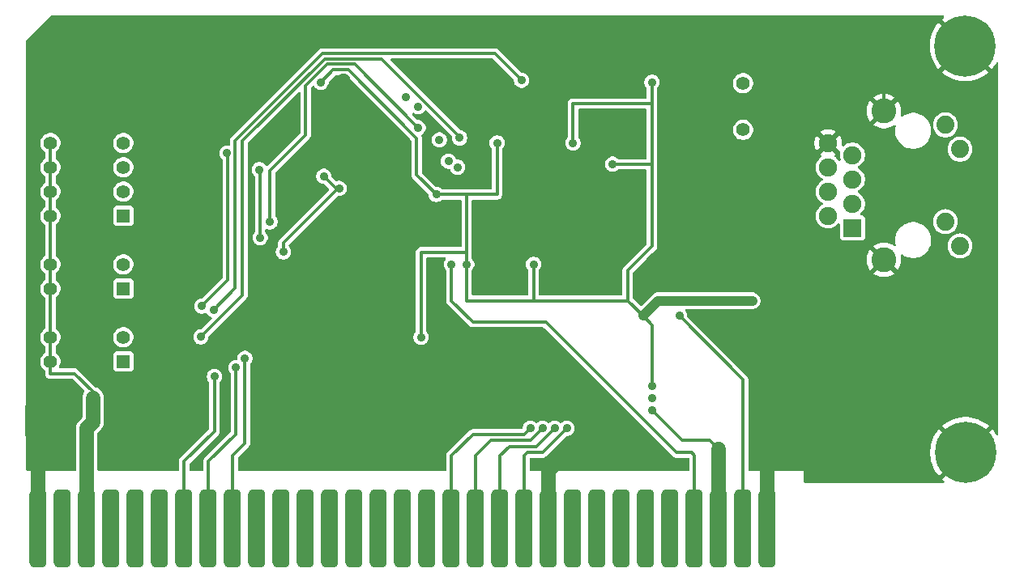
<source format=gbl>
%TF.GenerationSoftware,KiCad,Pcbnew,9.0.2*%
%TF.CreationDate,2025-07-06T12:10:31+02:00*%
%TF.ProjectId,ISA8_Ethernet,49534138-5f45-4746-9865-726e65742e6b,1.1*%
%TF.SameCoordinates,Original*%
%TF.FileFunction,Copper,L2,Bot*%
%TF.FilePolarity,Positive*%
%FSLAX46Y46*%
G04 Gerber Fmt 4.6, Leading zero omitted, Abs format (unit mm)*
G04 Created by KiCad (PCBNEW 9.0.2) date 2025-07-06 12:10:31*
%MOMM*%
%LPD*%
G01*
G04 APERTURE LIST*
G04 Aperture macros list*
%AMRoundRect*
0 Rectangle with rounded corners*
0 $1 Rounding radius*
0 $2 $3 $4 $5 $6 $7 $8 $9 X,Y pos of 4 corners*
0 Add a 4 corners polygon primitive as box body*
4,1,4,$2,$3,$4,$5,$6,$7,$8,$9,$2,$3,0*
0 Add four circle primitives for the rounded corners*
1,1,$1+$1,$2,$3*
1,1,$1+$1,$4,$5*
1,1,$1+$1,$6,$7*
1,1,$1+$1,$8,$9*
0 Add four rect primitives between the rounded corners*
20,1,$1+$1,$2,$3,$4,$5,0*
20,1,$1+$1,$4,$5,$6,$7,0*
20,1,$1+$1,$6,$7,$8,$9,0*
20,1,$1+$1,$8,$9,$2,$3,0*%
G04 Aperture macros list end*
%TA.AperFunction,ComponentPad*%
%ADD10C,0.800000*%
%TD*%
%TA.AperFunction,ComponentPad*%
%ADD11C,6.400000*%
%TD*%
%TA.AperFunction,ComponentPad*%
%ADD12C,1.397000*%
%TD*%
%TA.AperFunction,ComponentPad*%
%ADD13R,1.397000X1.397000*%
%TD*%
%TA.AperFunction,ConnectorPad*%
%ADD14RoundRect,0.444500X-0.444500X-3.619500X0.444500X-3.619500X0.444500X3.619500X-0.444500X3.619500X0*%
%TD*%
%TA.AperFunction,ComponentPad*%
%ADD15C,2.600000*%
%TD*%
%TA.AperFunction,ComponentPad*%
%ADD16C,1.890000*%
%TD*%
%TA.AperFunction,ComponentPad*%
%ADD17R,1.900000X1.900000*%
%TD*%
%TA.AperFunction,ComponentPad*%
%ADD18C,1.900000*%
%TD*%
%TA.AperFunction,ViaPad*%
%ADD19C,0.889000*%
%TD*%
%TA.AperFunction,Conductor*%
%ADD20C,0.368400*%
%TD*%
%TA.AperFunction,Conductor*%
%ADD21C,1.016000*%
%TD*%
%TA.AperFunction,Conductor*%
%ADD22C,1.524000*%
%TD*%
%TA.AperFunction,Conductor*%
%ADD23C,0.762000*%
%TD*%
G04 APERTURE END LIST*
D10*
%TO.P,HOLE1,1,1*%
%TO.N,GND*%
X198600000Y-80000000D03*
X199302944Y-78302944D03*
X199302944Y-81697056D03*
X201000000Y-77600000D03*
D11*
X201000000Y-80000000D03*
D10*
X201000000Y-82400000D03*
X202697056Y-78302944D03*
X202697056Y-81697056D03*
X203400000Y-80000000D03*
%TD*%
%TO.P,HOLE2,1,1*%
%TO.N,GND*%
X198641000Y-122555000D03*
X199343944Y-120857944D03*
X199343944Y-124252056D03*
X201041000Y-120155000D03*
D11*
X201041000Y-122555000D03*
D10*
X201041000Y-124955000D03*
X202738056Y-120857944D03*
X202738056Y-124252056D03*
X203441000Y-122555000D03*
%TD*%
D12*
%TO.P,Y1,1,1*%
%TO.N,Net-(U1-X1)*%
X177800000Y-88800940D03*
%TO.P,Y1,2,2*%
%TO.N,Net-(U1-X2)*%
X177800000Y-83919060D03*
%TD*%
D13*
%TO.P,SW2,1*%
%TO.N,Net-(RN1-R3.2)*%
X113030000Y-105410000D03*
D12*
%TO.P,SW2,2*%
%TO.N,Net-(RN1-R4.2)*%
X113030000Y-102870000D03*
%TO.P,SW2,3*%
%TO.N,VCC*%
X105410000Y-102870000D03*
%TO.P,SW2,4*%
X105410000Y-105410000D03*
%TD*%
D13*
%TO.P,SW3,1*%
%TO.N,Net-(RN2-R1.2)*%
X113030000Y-97790000D03*
D12*
%TO.P,SW3,2*%
%TO.N,Net-(RN2-R2.2)*%
X113030000Y-95250000D03*
%TO.P,SW3,3*%
%TO.N,Net-(RN2-R3.2)*%
X113030000Y-92710000D03*
%TO.P,SW3,4*%
%TO.N,Net-(RN2-R4.2)*%
X113030000Y-90170000D03*
%TO.P,SW3,5*%
%TO.N,VCC*%
X105410000Y-90170000D03*
%TO.P,SW3,6*%
X105410000Y-92710000D03*
%TO.P,SW3,7*%
X105410000Y-95250000D03*
%TO.P,SW3,8*%
X105410000Y-97790000D03*
%TD*%
D13*
%TO.P,SW1,1*%
%TO.N,Net-(RN1-R1.2)*%
X113030000Y-113030000D03*
D12*
%TO.P,SW1,2*%
%TO.N,Net-(RN1-R2.2)*%
X113030000Y-110490000D03*
%TO.P,SW1,3*%
%TO.N,VCC*%
X105410000Y-110490000D03*
%TO.P,SW1,4*%
X105410000Y-113030000D03*
%TD*%
D14*
%TO.P,BUS1,1,GND*%
%TO.N,GND*%
X180340000Y-130492500D03*
%TO.P,BUS1,2,RESET*%
%TO.N,/RSTDRV*%
X177800000Y-130492500D03*
%TO.P,BUS1,3,VCC*%
%TO.N,VCC*%
X175260000Y-130492500D03*
%TO.P,BUS1,4,IRQ2*%
%TO.N,/IRQ9*%
X172720000Y-130492500D03*
%TO.P,BUS1,5,-5V*%
%TO.N,unconnected-(BUS1--5V-Pad5)*%
X170180000Y-130492500D03*
%TO.P,BUS1,6,DRQ2*%
%TO.N,unconnected-(BUS1-DRQ2-Pad6)*%
X167640000Y-130492500D03*
%TO.P,BUS1,7,-12V*%
%TO.N,unconnected-(BUS1--12V-Pad7)*%
X165100000Y-130492500D03*
%TO.P,BUS1,8,UNUSED*%
%TO.N,unconnected-(BUS1-UNUSED-Pad8)*%
X162560000Y-130492500D03*
%TO.P,BUS1,9,+12V*%
%TO.N,unconnected-(BUS1-+12V-Pad9)*%
X160020000Y-130492500D03*
%TO.P,BUS1,10,GND*%
%TO.N,GND*%
X157480000Y-130492500D03*
%TO.P,BUS1,11,MEMW*%
%TO.N,/~{SMEMW}*%
X154940000Y-130492500D03*
%TO.P,BUS1,12,MEMR*%
%TO.N,/~{SMEMR}*%
X152400000Y-130492500D03*
%TO.P,BUS1,13,IOW*%
%TO.N,/~{IOW}*%
X149860000Y-130492500D03*
%TO.P,BUS1,14,IOR*%
%TO.N,/~{IOR}*%
X147320000Y-130492500D03*
%TO.P,BUS1,15,DACK3*%
%TO.N,unconnected-(BUS1-DACK3-Pad15)*%
X144780000Y-130492500D03*
%TO.P,BUS1,16,DRQ3*%
%TO.N,unconnected-(BUS1-DRQ3-Pad16)*%
X142240000Y-130492500D03*
%TO.P,BUS1,17,DACK1*%
%TO.N,unconnected-(BUS1-DACK1-Pad17)*%
X139700000Y-130492500D03*
%TO.P,BUS1,18,DRQ1*%
%TO.N,unconnected-(BUS1-DRQ1-Pad18)*%
X137160000Y-130492500D03*
%TO.P,BUS1,19,DACK0*%
%TO.N,unconnected-(BUS1-DACK0-Pad19)*%
X134620000Y-130492500D03*
%TO.P,BUS1,20,CLK*%
%TO.N,unconnected-(BUS1-CLK-Pad20)*%
X132080000Y-130492500D03*
%TO.P,BUS1,21,IRQ7*%
%TO.N,unconnected-(BUS1-IRQ7-Pad21)*%
X129540000Y-130492500D03*
%TO.P,BUS1,22,IRQ6*%
%TO.N,unconnected-(BUS1-IRQ6-Pad22)*%
X127000000Y-130492500D03*
%TO.P,BUS1,23,IRQ5*%
%TO.N,/IRQ5*%
X124460000Y-130492500D03*
%TO.P,BUS1,24,IRQ4*%
%TO.N,/IRQ4*%
X121920000Y-130492500D03*
%TO.P,BUS1,25,IRQ3*%
%TO.N,/IRQ3*%
X119380000Y-130492500D03*
%TO.P,BUS1,26,DACK2*%
%TO.N,unconnected-(BUS1-DACK2-Pad26)*%
X116840000Y-130492500D03*
%TO.P,BUS1,27,TC*%
%TO.N,unconnected-(BUS1-TC-Pad27)*%
X114300000Y-130492500D03*
%TO.P,BUS1,28,ALE*%
%TO.N,unconnected-(BUS1-ALE-Pad28)*%
X111760000Y-130492500D03*
%TO.P,BUS1,29,VCC*%
%TO.N,VCC*%
X109220000Y-130492500D03*
%TO.P,BUS1,30,OSC*%
%TO.N,unconnected-(BUS1-OSC-Pad30)*%
X106680000Y-130492500D03*
%TO.P,BUS1,31,GND*%
%TO.N,GND*%
X104140000Y-130492500D03*
%TD*%
D15*
%TO.P,J1,13,SHIELD*%
%TO.N,GND*%
X192520000Y-102390000D03*
X192520000Y-86840000D03*
D16*
%TO.P,J1,L1,LEDY_A*%
%TO.N,VCC*%
X198950000Y-88290000D03*
%TO.P,J1,L2,LEDY_K*%
%TO.N,Net-(J1-LEDY_K)*%
X200470000Y-90830000D03*
%TO.P,J1,L3,LEDG_K*%
%TO.N,Net-(J1-LEDG_K)*%
X198950000Y-98400000D03*
%TO.P,J1,L4,LEDG_A*%
%TO.N,VCC*%
X200470000Y-100940000D03*
D17*
%TO.P,J1,R1,TD+*%
%TO.N,/TP_TX+*%
X189230000Y-99060000D03*
D18*
%TO.P,J1,R2,TD-*%
%TO.N,/TP_TX-*%
X186690000Y-97790000D03*
%TO.P,J1,R3,RD+*%
%TO.N,/TP_RX+*%
X189230000Y-96520000D03*
%TO.P,J1,R4,TCT*%
%TO.N,Net-(J1-TCT)*%
X186690000Y-95250000D03*
%TO.P,J1,R5,RCT*%
%TO.N,Net-(J1-RCT)*%
X189230000Y-93980000D03*
%TO.P,J1,R6,RD-*%
%TO.N,/TP_RX-*%
X186690000Y-92710000D03*
%TO.P,J1,R7,NC*%
%TO.N,unconnected-(J1-NC-PadR7)*%
X189230000Y-91440000D03*
%TO.P,J1,R8,GND*%
%TO.N,GND*%
X186690000Y-90170000D03*
%TD*%
D19*
%TO.N,/~{IOR}*%
X155575000Y-120015000D03*
%TO.N,/~{IOW}*%
X156845000Y-120015000D03*
%TO.N,GND*%
X167005000Y-104140000D03*
X140335000Y-110490000D03*
X146001000Y-91073500D03*
X145732000Y-93980000D03*
X103505000Y-120332000D03*
X163512000Y-90170000D03*
X192405000Y-82550000D03*
X106680000Y-116840000D03*
X162878000Y-102870000D03*
X140335000Y-104140000D03*
X162242000Y-120650000D03*
X173672000Y-91440000D03*
X181928000Y-90487500D03*
X170180000Y-87630000D03*
X103505000Y-119062000D03*
X153988000Y-102870000D03*
X114046000Y-85090000D03*
X135572000Y-83820000D03*
X162242000Y-119380000D03*
X170180000Y-86360000D03*
X164148000Y-94297500D03*
X173672000Y-81280000D03*
X111760000Y-115570000D03*
X103505000Y-117793000D03*
X168275000Y-104140000D03*
X174308000Y-94615000D03*
X141605000Y-104140000D03*
%TO.N,VCC*%
X133668000Y-83820000D03*
X160020000Y-90170000D03*
X168275000Y-115570000D03*
X168275000Y-118110000D03*
X178752000Y-106680000D03*
X109855000Y-118110000D03*
X145732000Y-95567500D03*
X148908000Y-102870000D03*
X109855000Y-116840000D03*
X168275000Y-116840000D03*
X155892000Y-102870000D03*
X164148000Y-92392500D03*
X144145000Y-110490000D03*
X152082000Y-90170000D03*
X168275000Y-83820000D03*
X109855000Y-119380000D03*
%TO.N,/RSTDRV*%
X171133000Y-108268000D03*
%TO.N,/IRQ9*%
X147320000Y-102870000D03*
%TO.N,/~{SMEMW}*%
X159385000Y-120015000D03*
%TO.N,/~{SMEMR}*%
X158115000Y-120015000D03*
%TO.N,/IRQ5*%
X125730000Y-112712000D03*
%TO.N,/IRQ4*%
X124778000Y-113665000D03*
%TO.N,/IRQ3*%
X122555000Y-114618000D03*
%TO.N,/JP*%
X148169000Y-89647700D03*
X121131000Y-110455400D03*
%TO.N,/BD6*%
X121245500Y-107233200D03*
X142558000Y-85407500D03*
X123880500Y-91241700D03*
%TO.N,/BD5*%
X133985000Y-93662500D03*
X129758800Y-101573700D03*
X143828000Y-86360000D03*
X135572000Y-94932500D03*
%TO.N,/BD3*%
X128355900Y-98425000D03*
X143828000Y-88582500D03*
%TO.N,/BD2*%
X146050000Y-89852500D03*
%TO.N,/BD1*%
X147002000Y-92075000D03*
%TO.N,/BD0*%
X147955000Y-92710000D03*
X127243160Y-92972799D03*
X127318500Y-100076000D03*
%TO.N,/BA21*%
X122449400Y-107611700D03*
X154648150Y-83603850D03*
%TD*%
D20*
%TO.N,/~{IOR}*%
X147320000Y-122872000D02*
X147320000Y-130492500D01*
X155575000Y-120015000D02*
X154940000Y-120650000D01*
X147320000Y-130492500D02*
X147320000Y-130493000D01*
X154940000Y-120650000D02*
X149542000Y-120650000D01*
X149542000Y-120650000D02*
X147320000Y-122872000D01*
%TO.N,/~{IOW}*%
X149860000Y-122872000D02*
X149860000Y-130492500D01*
X155575000Y-121285000D02*
X151448000Y-121285000D01*
X149860000Y-130492500D02*
X149860000Y-130493000D01*
X151448000Y-121285000D02*
X149860000Y-122872000D01*
X156845000Y-120015000D02*
X155575000Y-121285000D01*
%TO.N,GND*%
X198641000Y-123549200D02*
X198641000Y-122555000D01*
X193952000Y-85407500D02*
X192520000Y-86840000D01*
D21*
X140335000Y-110490000D02*
X140652000Y-110490000D01*
D20*
X191095000Y-88265000D02*
X188595000Y-88265000D01*
X184785000Y-88265000D02*
X184150000Y-88265000D01*
X203441000Y-123549200D02*
X203441000Y-122555000D01*
X174625000Y-86360000D02*
X174625000Y-90487500D01*
X180340000Y-130492500D02*
X180340000Y-130492000D01*
D22*
X104140000Y-130493000D02*
X104140000Y-130492500D01*
D20*
X181928000Y-90487500D02*
X184150000Y-88265000D01*
D21*
X135572000Y-83820000D02*
X135890000Y-83820000D01*
D20*
X199343900Y-78302900D02*
X198641000Y-79005800D01*
D22*
X103505000Y-120650000D02*
X103505000Y-120332000D01*
X157480000Y-124460000D02*
X161290000Y-120650000D01*
D20*
X184150000Y-88265000D02*
X182245000Y-86360000D01*
X202738100Y-120857900D02*
X203441000Y-121560800D01*
X202738100Y-124252100D02*
X203441000Y-123549200D01*
X173672000Y-93980000D02*
X174308000Y-94615000D01*
X196914000Y-118428000D02*
X196914000Y-106784000D01*
D22*
X136049000Y-84296200D02*
X136049000Y-83661200D01*
D20*
X196914000Y-106784000D02*
X191095000Y-100965000D01*
X199343900Y-124252100D02*
X198641000Y-123549200D01*
X135890000Y-83502500D02*
X135572000Y-83820000D01*
X114046000Y-85090000D02*
X109220000Y-89916000D01*
X201041000Y-124955000D02*
X201041000Y-122555000D01*
X203441000Y-80994200D02*
X203441000Y-80000000D01*
X109220000Y-89916000D02*
X109220000Y-113030000D01*
D22*
X157480000Y-130492500D02*
X157480000Y-124460000D01*
D20*
X104458000Y-116840000D02*
X103505000Y-117793000D01*
D22*
X104140000Y-130492500D02*
X104140000Y-121285000D01*
D20*
X203441000Y-121560800D02*
X203441000Y-122555000D01*
D22*
X180340000Y-121920000D02*
X180340000Y-130492000D01*
D21*
X140970000Y-104140000D02*
X141605000Y-104140000D01*
X140335000Y-104140000D02*
X140970000Y-104140000D01*
D23*
X135572000Y-83820000D02*
X136049000Y-84296200D01*
D20*
X202738100Y-78302900D02*
X203441000Y-79005800D01*
X182245000Y-86360000D02*
X174625000Y-86360000D01*
D22*
X161290000Y-120650000D02*
X161290000Y-118745000D01*
D20*
X201041000Y-82400000D02*
X201041000Y-80000000D01*
X170180000Y-86360000D02*
X170180000Y-87630000D01*
D22*
X140970000Y-111125000D02*
X140970000Y-110172000D01*
D20*
X174625000Y-86360000D02*
X174625000Y-82232500D01*
D21*
X161290000Y-118745000D02*
X161925000Y-119380000D01*
D20*
X201041000Y-77600000D02*
X201041000Y-80000000D01*
X200892200Y-80000000D02*
X201041000Y-80000000D01*
X174625000Y-82232500D02*
X173672000Y-81280000D01*
D22*
X156528000Y-113982000D02*
X143828000Y-113982000D01*
X157480000Y-130493000D02*
X157480000Y-130492500D01*
D21*
X161925000Y-119380000D02*
X162242000Y-119380000D01*
D20*
X174625000Y-90487500D02*
X173672000Y-91440000D01*
X186690000Y-90170000D02*
X184785000Y-88265000D01*
D22*
X140970000Y-89217500D02*
X136049000Y-84296200D01*
D20*
X195484700Y-85407500D02*
X200892200Y-80000000D01*
X109220000Y-113030000D02*
X111760000Y-115570000D01*
D22*
X143828000Y-113982000D02*
X140970000Y-111125000D01*
D20*
X193992000Y-85407500D02*
X193952000Y-85407500D01*
D21*
X161290000Y-120650000D02*
X162242000Y-120650000D01*
D20*
X202738100Y-81697100D02*
X203441000Y-80994200D01*
D21*
X140652000Y-110490000D02*
X140970000Y-110172000D01*
D20*
X191095000Y-100965000D02*
X191095000Y-88265000D01*
X192520000Y-82665000D02*
X192520000Y-86840000D01*
D22*
X140970000Y-104140000D02*
X140970000Y-89217500D01*
D20*
X198641000Y-80994200D02*
X198641000Y-80000000D01*
X192405000Y-82550000D02*
X192520000Y-82665000D01*
X193992000Y-85407500D02*
X195484700Y-85407500D01*
X192520000Y-86840000D02*
X191095000Y-88265000D01*
D22*
X161290000Y-118745000D02*
X156528000Y-113982000D01*
X103505000Y-119062000D02*
X103505000Y-120332000D01*
D20*
X199343900Y-81697100D02*
X198641000Y-80994200D01*
D22*
X103505000Y-119062000D02*
X103505000Y-117793000D01*
X104140000Y-121285000D02*
X103505000Y-120650000D01*
D20*
X173672000Y-91440000D02*
X173672000Y-93980000D01*
D21*
X135890000Y-83820000D02*
X136049000Y-83661200D01*
D22*
X140970000Y-104140000D02*
X140970000Y-110172000D01*
D20*
X203441000Y-79005800D02*
X203441000Y-80000000D01*
X196914000Y-118428000D02*
X201041000Y-122555000D01*
X106680000Y-116840000D02*
X104458000Y-116840000D01*
X201041000Y-120155000D02*
X201041000Y-122555000D01*
X188595000Y-88265000D02*
X186690000Y-90170000D01*
X198641000Y-79005800D02*
X198641000Y-80000000D01*
X180340000Y-121920000D02*
X183832000Y-118428000D01*
X183832000Y-118428000D02*
X196914000Y-118428000D01*
%TO.N,VCC*%
X107950000Y-114300000D02*
X109855000Y-116205000D01*
D22*
X175260000Y-130493000D02*
X175260000Y-122238000D01*
D20*
X171450000Y-121285000D02*
X174308000Y-121285000D01*
X148908000Y-102870000D02*
X148908000Y-101600000D01*
X105410000Y-92710000D02*
X105410000Y-90170000D01*
X144145000Y-110490000D02*
X144145000Y-101600000D01*
X165735000Y-103505000D02*
X168275000Y-100965000D01*
X168275000Y-109220000D02*
X167322000Y-108268000D01*
X160020000Y-86042500D02*
X160020000Y-90170000D01*
X155892000Y-106680000D02*
X165735000Y-106680000D01*
X168275000Y-100965000D02*
X168275000Y-92392500D01*
D22*
X109855000Y-119380000D02*
X109855000Y-118110000D01*
D20*
X168275000Y-92392500D02*
X168275000Y-86042500D01*
X144145000Y-101600000D02*
X148908000Y-101600000D01*
X134974800Y-82513200D02*
X136524400Y-82513200D01*
X143669300Y-93504800D02*
X145732000Y-95567500D01*
X133668000Y-83820000D02*
X134974800Y-82513200D01*
X148908000Y-106680000D02*
X155892000Y-106680000D01*
X105410000Y-105410000D02*
X105410000Y-102870000D01*
X168275000Y-115570000D02*
X168275000Y-109220000D01*
X167322000Y-108268000D02*
X165735000Y-106680000D01*
X136524400Y-82513200D02*
X143669300Y-89658100D01*
X105410000Y-113030000D02*
X105410000Y-114300000D01*
X105410000Y-113030000D02*
X105410000Y-110490000D01*
D21*
X178752000Y-106680000D02*
X168910000Y-106680000D01*
D20*
X105410000Y-114300000D02*
X107950000Y-114300000D01*
X148908000Y-101600000D02*
X148908000Y-95567500D01*
X164148000Y-92392500D02*
X168275000Y-92392500D01*
D22*
X109855000Y-118110000D02*
X109855000Y-116840000D01*
D20*
X105410000Y-102870000D02*
X105410000Y-97790000D01*
D22*
X109220000Y-130493000D02*
X109220000Y-130492500D01*
D20*
X168275000Y-86042500D02*
X168275000Y-83820000D01*
X155892000Y-102870000D02*
X155892000Y-106680000D01*
D22*
X109220000Y-130492500D02*
X109220000Y-120015000D01*
D20*
X148908000Y-102870000D02*
X148908000Y-106680000D01*
X168275000Y-118110000D02*
X171450000Y-121285000D01*
X152082000Y-95567500D02*
X148908000Y-95567500D01*
X105410000Y-110490000D02*
X105410000Y-105410000D01*
X168275000Y-86042500D02*
X160020000Y-86042500D01*
X168275000Y-83820000D02*
X168275000Y-86042500D01*
X152082000Y-90170000D02*
X152082000Y-95567500D01*
X165735000Y-106680000D02*
X165735000Y-103505000D01*
X143669300Y-89658100D02*
X143669300Y-93504800D01*
X109855000Y-116205000D02*
X109855000Y-116840000D01*
D22*
X109220000Y-120015000D02*
X109855000Y-119380000D01*
D21*
X168910000Y-106680000D02*
X167322000Y-108268000D01*
D20*
X105410000Y-97790000D02*
X105410000Y-95250000D01*
X145732000Y-95567500D02*
X148908000Y-95567500D01*
X105410000Y-95250000D02*
X105410000Y-92710000D01*
X174308000Y-121285000D02*
X175260000Y-122238000D01*
%TO.N,/RSTDRV*%
X177800000Y-130492500D02*
X177800000Y-130492000D01*
X177800000Y-114935000D02*
X171133000Y-108268000D01*
X177800000Y-130492000D02*
X177800000Y-114935000D01*
%TO.N,/IRQ9*%
X172720000Y-122873000D02*
X172402000Y-122555000D01*
X149542000Y-108902000D02*
X147320000Y-106680000D01*
X157162000Y-108902000D02*
X149542000Y-108902000D01*
X172720000Y-130493000D02*
X172720000Y-130492500D01*
X172402000Y-122555000D02*
X170815000Y-122555000D01*
X172720000Y-130492500D02*
X172720000Y-122873000D01*
X170815000Y-122555000D02*
X157162000Y-108902000D01*
X147320000Y-106680000D02*
X147320000Y-102870000D01*
%TO.N,/~{SMEMW}*%
X155258000Y-122555000D02*
X156845000Y-122555000D01*
X154940000Y-130493000D02*
X154940000Y-130492500D01*
X156845000Y-122555000D02*
X159385000Y-120015000D01*
X154940000Y-130492500D02*
X154940000Y-122872000D01*
X154940000Y-122872000D02*
X155258000Y-122555000D01*
%TO.N,/~{SMEMR}*%
X156210000Y-121920000D02*
X158115000Y-120015000D01*
X152400000Y-130492500D02*
X152400000Y-122872000D01*
X152400000Y-122872000D02*
X153352000Y-121920000D01*
X153352000Y-121920000D02*
X156210000Y-121920000D01*
X152400000Y-130493000D02*
X152400000Y-130492500D01*
%TO.N,/IRQ5*%
X124460000Y-130493000D02*
X124460000Y-130492500D01*
X124460000Y-122872000D02*
X125730000Y-121602000D01*
X124460000Y-130492500D02*
X124460000Y-122872000D01*
X125730000Y-121602000D02*
X125730000Y-112712000D01*
%TO.N,/IRQ4*%
X121920000Y-130492500D02*
X121920000Y-123507000D01*
X121920000Y-123507000D02*
X124778000Y-120650000D01*
X124778000Y-120650000D02*
X124778000Y-113665000D01*
X121920000Y-130493000D02*
X121920000Y-130492500D01*
%TO.N,/IRQ3*%
X119380000Y-123507000D02*
X122555000Y-120332000D01*
X122555000Y-120332000D02*
X122555000Y-114618000D01*
X119380000Y-130492500D02*
X119380000Y-123507000D01*
X119380000Y-130493000D02*
X119380000Y-130492500D01*
%TO.N,/JP*%
X134076000Y-81362500D02*
X125476000Y-89962500D01*
X125476000Y-89962500D02*
X125476000Y-106110400D01*
X125476000Y-106110400D02*
X121131000Y-110455400D01*
X148169000Y-89647700D02*
X148169000Y-89489100D01*
X140042400Y-81362500D02*
X134076000Y-81362500D01*
X148169000Y-89489100D02*
X140042400Y-81362500D01*
%TO.N,/BD6*%
X142627000Y-85337500D02*
X142558000Y-85407500D01*
X123880500Y-91241700D02*
X123952000Y-91313200D01*
X123952000Y-91313200D02*
X123952000Y-104526700D01*
X123952000Y-104526700D02*
X121245500Y-107233200D01*
%TO.N,/BD5*%
X133985000Y-93662500D02*
X135255000Y-94932500D01*
X135445500Y-94932500D02*
X135572000Y-94932500D01*
X129758800Y-100619200D02*
X135445500Y-94932500D01*
X135255000Y-94932500D02*
X135413500Y-94932500D01*
X135413500Y-94932500D02*
X135572000Y-94932500D01*
X129758800Y-101573700D02*
X129758800Y-100619200D01*
%TO.N,/BD3*%
X132081000Y-84163700D02*
X134312100Y-81932600D01*
X128355900Y-98425000D02*
X128355900Y-96449100D01*
X128355900Y-93064400D02*
X132081000Y-89339300D01*
X134312100Y-81932600D02*
X137178100Y-81932600D01*
X128355900Y-98425000D02*
X128355900Y-93064400D01*
X137178100Y-81932600D02*
X143828000Y-88582500D01*
X132081000Y-89339300D02*
X132081000Y-84163700D01*
%TO.N,/BD0*%
X127246399Y-92972799D02*
X127243160Y-92972799D01*
X127318500Y-93044900D02*
X127246399Y-92972799D01*
X127318500Y-100076000D02*
X127318500Y-93044900D01*
%TO.N,/BA21*%
X154648150Y-83603850D02*
X151836700Y-80792400D01*
X133839900Y-80792400D02*
X124710900Y-89921400D01*
X124710900Y-105350200D02*
X122449400Y-107611700D01*
X151836700Y-80792400D02*
X133839900Y-80792400D01*
X124710900Y-89921400D02*
X124710900Y-105350200D01*
%TD*%
%TA.AperFunction,Conductor*%
%TO.N,GND*%
G36*
X187917284Y-91043732D02*
G01*
X187914465Y-91046550D01*
X187939335Y-91071039D01*
X187954714Y-91139195D01*
X187953438Y-91150702D01*
X187923900Y-91337201D01*
X187923900Y-91542797D01*
X187956059Y-91745846D01*
X187978815Y-91815880D01*
X187995709Y-91867874D01*
X187999008Y-91878025D01*
X188001003Y-91947866D01*
X187964923Y-92007699D01*
X187902222Y-92038528D01*
X187832808Y-92030564D01*
X187780759Y-91989230D01*
X187747025Y-91942800D01*
X187686238Y-91859133D01*
X187540867Y-91713762D01*
X187470592Y-91662704D01*
X187421473Y-91627017D01*
X187378808Y-91571687D01*
X187372829Y-91502073D01*
X187405435Y-91440278D01*
X187438071Y-91416211D01*
X187449965Y-91410151D01*
X187523309Y-91356862D01*
X187523310Y-91356862D01*
X186778585Y-90612138D01*
X186863694Y-90589333D01*
X186966306Y-90530090D01*
X187050090Y-90446306D01*
X187109333Y-90343694D01*
X187132138Y-90258585D01*
X187917284Y-91043732D01*
G37*
%TD.AperFunction*%
%TA.AperFunction,Conductor*%
G36*
X198744702Y-76854685D02*
G01*
X198790457Y-76907489D01*
X198800401Y-76976647D01*
X198771376Y-77040203D01*
X198756327Y-77054854D01*
X198565233Y-77211679D01*
X198565233Y-77211680D01*
X199444556Y-78091003D01*
X199352672Y-78052944D01*
X199253216Y-78052944D01*
X199161330Y-78091004D01*
X199091004Y-78161330D01*
X199052944Y-78253216D01*
X199052944Y-78352672D01*
X199091003Y-78444556D01*
X198211680Y-77565233D01*
X198211679Y-77565233D01*
X198024548Y-77793254D01*
X198024545Y-77793258D01*
X197822581Y-78095519D01*
X197822570Y-78095537D01*
X197651209Y-78416130D01*
X197651207Y-78416135D01*
X197512086Y-78752002D01*
X197406553Y-79099898D01*
X197406550Y-79099909D01*
X197335632Y-79456443D01*
X197300000Y-79818234D01*
X197300000Y-80181765D01*
X197335632Y-80543556D01*
X197406550Y-80900090D01*
X197406553Y-80900101D01*
X197512086Y-81247997D01*
X197651207Y-81583864D01*
X197651209Y-81583869D01*
X197822570Y-81904462D01*
X197822581Y-81904480D01*
X198024551Y-82206750D01*
X198211678Y-82434765D01*
X198211679Y-82434766D01*
X199705747Y-80940697D01*
X199779588Y-81042330D01*
X199957670Y-81220412D01*
X200059301Y-81294251D01*
X199514885Y-81838666D01*
X199552944Y-81746784D01*
X199552944Y-81647328D01*
X199514884Y-81555442D01*
X199444558Y-81485116D01*
X199352672Y-81447056D01*
X199253216Y-81447056D01*
X199161330Y-81485116D01*
X199091004Y-81555442D01*
X199052944Y-81647328D01*
X199052944Y-81746784D01*
X199091004Y-81838670D01*
X199161330Y-81908996D01*
X199253216Y-81947056D01*
X199352672Y-81947056D01*
X199444554Y-81908997D01*
X198565232Y-82788319D01*
X198565233Y-82788320D01*
X198793249Y-82975448D01*
X199095519Y-83177418D01*
X199095537Y-83177429D01*
X199416130Y-83348790D01*
X199416135Y-83348792D01*
X199752002Y-83487913D01*
X200099898Y-83593446D01*
X200099909Y-83593449D01*
X200456443Y-83664367D01*
X200818234Y-83700000D01*
X201181766Y-83700000D01*
X201543556Y-83664367D01*
X201900090Y-83593449D01*
X201900101Y-83593446D01*
X202247997Y-83487913D01*
X202583864Y-83348792D01*
X202583869Y-83348790D01*
X202904462Y-83177429D01*
X202904480Y-83177418D01*
X203206736Y-82975457D01*
X203206750Y-82975447D01*
X203434765Y-82788320D01*
X203434766Y-82788319D01*
X202555443Y-81908996D01*
X202647328Y-81947056D01*
X202746784Y-81947056D01*
X202838670Y-81908996D01*
X202908996Y-81838670D01*
X202947056Y-81746784D01*
X202947056Y-81647328D01*
X202908996Y-81555443D01*
X203788319Y-82434766D01*
X203788320Y-82434765D01*
X203975447Y-82206750D01*
X203975457Y-82206736D01*
X204177418Y-81904480D01*
X204177429Y-81904462D01*
X204236642Y-81793683D01*
X204285604Y-81743839D01*
X204353742Y-81728378D01*
X204419421Y-81752210D01*
X204461790Y-81807767D01*
X204470000Y-81852136D01*
X204470000Y-120626157D01*
X204450315Y-120693196D01*
X204397511Y-120738951D01*
X204328353Y-120748895D01*
X204264797Y-120719870D01*
X204236642Y-120684611D01*
X204218424Y-120650530D01*
X204218418Y-120650519D01*
X204016448Y-120348249D01*
X203829320Y-120120233D01*
X203829319Y-120120232D01*
X202949997Y-120999554D01*
X202988056Y-120907672D01*
X202988056Y-120808216D01*
X202949996Y-120716330D01*
X202879670Y-120646004D01*
X202787784Y-120607944D01*
X202688328Y-120607944D01*
X202596442Y-120646004D01*
X202526116Y-120716330D01*
X202488056Y-120808216D01*
X202488056Y-120907672D01*
X202526116Y-120999558D01*
X202596442Y-121069884D01*
X202688328Y-121107944D01*
X202787784Y-121107944D01*
X202879666Y-121069885D01*
X202335251Y-121614301D01*
X202261412Y-121512670D01*
X202083330Y-121334588D01*
X201981698Y-121260748D01*
X203475766Y-119766679D01*
X203475765Y-119766678D01*
X203247750Y-119579551D01*
X202945480Y-119377581D01*
X202945462Y-119377570D01*
X202624869Y-119206209D01*
X202624864Y-119206207D01*
X202288997Y-119067086D01*
X201941101Y-118961553D01*
X201941090Y-118961550D01*
X201584556Y-118890632D01*
X201222766Y-118855000D01*
X200859234Y-118855000D01*
X200497443Y-118890632D01*
X200140909Y-118961550D01*
X200140898Y-118961553D01*
X199793002Y-119067086D01*
X199457135Y-119206207D01*
X199457130Y-119206209D01*
X199136537Y-119377570D01*
X199136519Y-119377581D01*
X198834258Y-119579545D01*
X198834254Y-119579548D01*
X198606233Y-119766679D01*
X198606233Y-119766680D01*
X199485556Y-120646003D01*
X199393672Y-120607944D01*
X199294216Y-120607944D01*
X199202330Y-120646004D01*
X199132004Y-120716330D01*
X199093944Y-120808216D01*
X199093944Y-120907672D01*
X199132003Y-120999556D01*
X198252680Y-120120233D01*
X198252679Y-120120233D01*
X198065548Y-120348254D01*
X198065545Y-120348258D01*
X197863581Y-120650519D01*
X197863570Y-120650537D01*
X197692209Y-120971130D01*
X197692207Y-120971135D01*
X197553086Y-121307002D01*
X197447553Y-121654898D01*
X197447550Y-121654909D01*
X197376632Y-122011443D01*
X197341000Y-122373234D01*
X197341000Y-122736765D01*
X197376632Y-123098556D01*
X197447550Y-123455090D01*
X197447553Y-123455101D01*
X197553086Y-123802997D01*
X197692207Y-124138864D01*
X197692209Y-124138869D01*
X197863570Y-124459462D01*
X197863581Y-124459480D01*
X198065551Y-124761750D01*
X198252678Y-124989765D01*
X198252679Y-124989766D01*
X199746747Y-123495697D01*
X199820588Y-123597330D01*
X199998670Y-123775412D01*
X200100301Y-123849251D01*
X199555885Y-124393666D01*
X199593944Y-124301784D01*
X199593944Y-124202328D01*
X199555884Y-124110442D01*
X199485558Y-124040116D01*
X199393672Y-124002056D01*
X199294216Y-124002056D01*
X199202330Y-124040116D01*
X199132004Y-124110442D01*
X199093944Y-124202328D01*
X199093944Y-124301784D01*
X199132004Y-124393670D01*
X199202330Y-124463996D01*
X199294216Y-124502056D01*
X199393672Y-124502056D01*
X199485554Y-124463997D01*
X198606232Y-125343319D01*
X198606233Y-125343320D01*
X198809512Y-125510147D01*
X198848846Y-125567892D01*
X198850717Y-125637737D01*
X198814530Y-125697505D01*
X198751774Y-125728221D01*
X198730847Y-125730000D01*
X184274000Y-125730000D01*
X184206961Y-125710315D01*
X184161206Y-125657511D01*
X184150000Y-125606000D01*
X184150000Y-124460000D01*
X178464300Y-124460000D01*
X178397261Y-124440315D01*
X178351506Y-124387511D01*
X178340300Y-124336000D01*
X178340300Y-114863870D01*
X178340300Y-114863868D01*
X178303479Y-114726452D01*
X178232348Y-114603248D01*
X171969919Y-108340819D01*
X171936434Y-108279496D01*
X171933600Y-108253138D01*
X171933600Y-108189147D01*
X171933599Y-108189143D01*
X171929835Y-108170218D01*
X171902834Y-108034474D01*
X171842483Y-107888774D01*
X171842482Y-107888773D01*
X171842479Y-107888767D01*
X171754867Y-107757647D01*
X171754864Y-107757643D01*
X171753002Y-107755781D01*
X171752337Y-107754564D01*
X171751002Y-107752937D01*
X171751310Y-107752683D01*
X171719517Y-107694458D01*
X171724501Y-107624766D01*
X171766373Y-107568833D01*
X171831837Y-107544416D01*
X171840683Y-107544100D01*
X178837108Y-107544100D01*
X178837109Y-107544099D01*
X179004049Y-107510893D01*
X179161305Y-107445755D01*
X179302832Y-107351190D01*
X179423190Y-107230832D01*
X179517755Y-107089305D01*
X179582893Y-106932049D01*
X179616100Y-106765106D01*
X179616100Y-106594894D01*
X179616100Y-106594891D01*
X179616099Y-106594889D01*
X179582893Y-106427951D01*
X179532511Y-106306320D01*
X179517756Y-106270697D01*
X179517751Y-106270688D01*
X179423190Y-106129168D01*
X179423187Y-106129164D01*
X179302835Y-106008812D01*
X179302831Y-106008809D01*
X179161311Y-105914248D01*
X179161302Y-105914243D01*
X179004049Y-105849107D01*
X179004041Y-105849105D01*
X178837109Y-105815900D01*
X178837106Y-105815900D01*
X168824894Y-105815900D01*
X168824891Y-105815900D01*
X168657958Y-105849104D01*
X168657949Y-105849107D01*
X168611892Y-105868185D01*
X168500701Y-105914240D01*
X168500688Y-105914247D01*
X168359168Y-106008809D01*
X168359164Y-106008812D01*
X167180940Y-107187036D01*
X167119617Y-107220521D01*
X167049925Y-107215537D01*
X167005550Y-107187009D01*
X166311591Y-106492613D01*
X166278125Y-106431279D01*
X166275300Y-106404959D01*
X166275300Y-103780161D01*
X166278492Y-103769289D01*
X166277398Y-103761678D01*
X166285348Y-103744269D01*
X166290468Y-103720734D01*
X166294222Y-103715718D01*
X166294985Y-103713122D01*
X166305573Y-103699982D01*
X166306423Y-103698122D01*
X166311248Y-103692939D01*
X166311619Y-103692480D01*
X167732085Y-102272014D01*
X190720000Y-102272014D01*
X190720000Y-102507985D01*
X190750799Y-102741914D01*
X190811870Y-102969837D01*
X190902160Y-103187819D01*
X190902165Y-103187828D01*
X191020144Y-103392171D01*
X191020145Y-103392172D01*
X191082721Y-103473723D01*
X191804152Y-102752292D01*
X191811049Y-102768942D01*
X191898599Y-102899970D01*
X192010030Y-103011401D01*
X192141058Y-103098951D01*
X192157706Y-103105846D01*
X191436275Y-103827277D01*
X191517827Y-103889854D01*
X191517828Y-103889855D01*
X191722171Y-104007834D01*
X191722180Y-104007839D01*
X191940163Y-104098129D01*
X191940161Y-104098129D01*
X192168085Y-104159200D01*
X192402014Y-104189999D01*
X192402029Y-104190000D01*
X192637971Y-104190000D01*
X192637985Y-104189999D01*
X192871914Y-104159200D01*
X193099837Y-104098129D01*
X193317819Y-104007839D01*
X193317828Y-104007834D01*
X193522181Y-103889850D01*
X193603723Y-103827279D01*
X193603723Y-103827276D01*
X192882293Y-103105847D01*
X192898942Y-103098951D01*
X193029970Y-103011401D01*
X193141401Y-102899970D01*
X193228951Y-102768942D01*
X193235847Y-102752293D01*
X193957276Y-103473723D01*
X193957279Y-103473723D01*
X194019850Y-103392181D01*
X194137834Y-103187828D01*
X194137839Y-103187819D01*
X194228129Y-102969837D01*
X194289200Y-102741914D01*
X194319999Y-102507985D01*
X194320000Y-102507971D01*
X194320000Y-102272028D01*
X194319999Y-102272014D01*
X194289201Y-102038087D01*
X194273495Y-101979472D01*
X194275158Y-101909622D01*
X194314320Y-101851760D01*
X194378548Y-101824255D01*
X194447451Y-101835841D01*
X194468756Y-101849002D01*
X194477781Y-101855927D01*
X194525792Y-101892767D01*
X194738708Y-102015694D01*
X194828290Y-102052800D01*
X194942641Y-102100166D01*
X194965847Y-102109778D01*
X195203323Y-102173409D01*
X195447073Y-102205500D01*
X195447080Y-102205500D01*
X195692920Y-102205500D01*
X195692927Y-102205500D01*
X195936677Y-102173409D01*
X196174153Y-102109778D01*
X196401292Y-102015694D01*
X196614208Y-101892767D01*
X196809256Y-101743101D01*
X196983101Y-101569256D01*
X197132767Y-101374208D01*
X197255694Y-101161292D01*
X197349778Y-100934153D01*
X197375649Y-100837601D01*
X199168900Y-100837601D01*
X199168900Y-101042399D01*
X199171640Y-101059700D01*
X199200937Y-101244671D01*
X199200937Y-101244672D01*
X199200938Y-101244675D01*
X199264224Y-101439449D01*
X199357200Y-101621925D01*
X199477577Y-101787610D01*
X199622390Y-101932423D01*
X199788075Y-102052800D01*
X199970551Y-102145776D01*
X200165325Y-102209062D01*
X200367601Y-102241100D01*
X200367602Y-102241100D01*
X200572398Y-102241100D01*
X200572399Y-102241100D01*
X200774675Y-102209062D01*
X200969449Y-102145776D01*
X201151925Y-102052800D01*
X201317610Y-101932423D01*
X201462423Y-101787610D01*
X201582800Y-101621925D01*
X201675776Y-101439449D01*
X201739062Y-101244675D01*
X201771100Y-101042399D01*
X201771100Y-100837601D01*
X201739062Y-100635325D01*
X201675776Y-100440551D01*
X201582800Y-100258075D01*
X201462423Y-100092390D01*
X201317610Y-99947577D01*
X201151925Y-99827200D01*
X200969449Y-99734224D01*
X200774675Y-99670938D01*
X200774673Y-99670937D01*
X200774671Y-99670937D01*
X200633440Y-99648568D01*
X200572399Y-99638900D01*
X200367601Y-99638900D01*
X200320710Y-99646326D01*
X200165328Y-99670937D01*
X200165327Y-99670937D01*
X199970548Y-99734225D01*
X199788074Y-99827200D01*
X199622387Y-99947579D01*
X199477579Y-100092387D01*
X199357200Y-100258074D01*
X199264225Y-100440548D01*
X199200937Y-100635327D01*
X199200937Y-100635328D01*
X199170528Y-100827322D01*
X199168900Y-100837601D01*
X197375649Y-100837601D01*
X197413409Y-100696677D01*
X197445500Y-100452927D01*
X197445500Y-100207073D01*
X197413409Y-99963323D01*
X197349778Y-99725847D01*
X197339527Y-99701100D01*
X197261531Y-99512800D01*
X197255694Y-99498708D01*
X197132767Y-99285792D01*
X197062972Y-99194833D01*
X196983102Y-99090745D01*
X196983096Y-99090738D01*
X196809261Y-98916903D01*
X196809254Y-98916897D01*
X196614212Y-98767236D01*
X196614211Y-98767235D01*
X196614208Y-98767233D01*
X196401292Y-98644306D01*
X196401285Y-98644303D01*
X196174162Y-98550225D01*
X196174155Y-98550223D01*
X196174153Y-98550222D01*
X195936677Y-98486591D01*
X195895939Y-98481227D01*
X195692934Y-98454500D01*
X195692927Y-98454500D01*
X195447073Y-98454500D01*
X195447065Y-98454500D01*
X195215059Y-98485045D01*
X195203323Y-98486591D01*
X195070077Y-98522294D01*
X194965847Y-98550222D01*
X194965837Y-98550225D01*
X194738714Y-98644303D01*
X194738705Y-98644307D01*
X194525787Y-98767236D01*
X194330745Y-98916897D01*
X194330738Y-98916903D01*
X194156903Y-99090738D01*
X194156897Y-99090745D01*
X194007236Y-99285787D01*
X193884307Y-99498705D01*
X193884303Y-99498714D01*
X193790225Y-99725837D01*
X193790222Y-99725847D01*
X193758973Y-99842473D01*
X193726592Y-99963320D01*
X193726590Y-99963331D01*
X193694500Y-100207065D01*
X193694500Y-100452934D01*
X193712546Y-100590000D01*
X193726591Y-100696677D01*
X193746818Y-100772165D01*
X193750210Y-100784825D01*
X193748547Y-100854675D01*
X193709384Y-100912537D01*
X193645155Y-100940041D01*
X193576253Y-100928454D01*
X193554949Y-100915294D01*
X193522181Y-100890150D01*
X193522171Y-100890144D01*
X193317828Y-100772165D01*
X193317819Y-100772160D01*
X193099836Y-100681870D01*
X193099838Y-100681870D01*
X192871914Y-100620799D01*
X192637985Y-100590000D01*
X192402014Y-100590000D01*
X192168085Y-100620799D01*
X191940162Y-100681870D01*
X191722180Y-100772160D01*
X191722171Y-100772165D01*
X191517828Y-100890144D01*
X191517818Y-100890150D01*
X191436275Y-100952720D01*
X191436275Y-100952721D01*
X192157706Y-101674152D01*
X192141058Y-101681049D01*
X192010030Y-101768599D01*
X191898599Y-101880030D01*
X191811049Y-102011058D01*
X191804153Y-102027706D01*
X191082721Y-101306275D01*
X191082720Y-101306275D01*
X191020150Y-101387818D01*
X191020144Y-101387828D01*
X190902165Y-101592171D01*
X190902160Y-101592180D01*
X190811870Y-101810162D01*
X190750799Y-102038085D01*
X190720000Y-102272014D01*
X167732085Y-102272014D01*
X167823817Y-102180282D01*
X168261003Y-101743096D01*
X168707347Y-101296752D01*
X168778479Y-101173548D01*
X168792109Y-101122679D01*
X168815300Y-101036132D01*
X168815300Y-92321368D01*
X168815300Y-90055883D01*
X185240000Y-90055883D01*
X185240000Y-90284116D01*
X185275704Y-90509544D01*
X185346230Y-90726604D01*
X185449851Y-90929969D01*
X185503135Y-91003309D01*
X185503137Y-91003309D01*
X186247861Y-90258584D01*
X186270667Y-90343694D01*
X186329910Y-90446306D01*
X186413694Y-90530090D01*
X186516306Y-90589333D01*
X186601414Y-90612137D01*
X185856688Y-91356862D01*
X185856689Y-91356863D01*
X185930029Y-91410148D01*
X185941931Y-91416212D01*
X185992729Y-91464185D01*
X186009526Y-91532005D01*
X185986991Y-91598141D01*
X185958526Y-91627016D01*
X185839139Y-91713757D01*
X185839130Y-91713764D01*
X185693764Y-91859130D01*
X185572923Y-92025453D01*
X185479590Y-92208627D01*
X185416059Y-92404153D01*
X185383900Y-92607202D01*
X185383900Y-92812797D01*
X185416059Y-93015846D01*
X185479590Y-93211372D01*
X185569641Y-93388104D01*
X185572923Y-93394546D01*
X185693762Y-93560867D01*
X185839133Y-93706238D01*
X186005454Y-93827077D01*
X186024046Y-93836550D01*
X186088743Y-93869515D01*
X186139539Y-93917490D01*
X186156334Y-93985311D01*
X186133796Y-94051446D01*
X186088743Y-94090485D01*
X186005453Y-94132923D01*
X185839130Y-94253764D01*
X185693764Y-94399130D01*
X185572923Y-94565453D01*
X185479590Y-94748627D01*
X185416059Y-94944153D01*
X185383900Y-95147202D01*
X185383900Y-95352797D01*
X185416059Y-95555846D01*
X185479590Y-95751372D01*
X185569641Y-95928104D01*
X185572923Y-95934546D01*
X185693762Y-96100867D01*
X185839133Y-96246238D01*
X186005454Y-96367077D01*
X186078614Y-96404354D01*
X186088743Y-96409515D01*
X186139539Y-96457490D01*
X186156334Y-96525311D01*
X186133796Y-96591446D01*
X186088743Y-96630485D01*
X186005453Y-96672923D01*
X185839130Y-96793764D01*
X185693764Y-96939130D01*
X185572923Y-97105453D01*
X185479590Y-97288627D01*
X185416059Y-97484153D01*
X185383900Y-97687202D01*
X185383900Y-97892797D01*
X185416059Y-98095846D01*
X185479590Y-98291372D01*
X185572923Y-98474546D01*
X185693762Y-98640867D01*
X185839133Y-98786238D01*
X186005454Y-98907077D01*
X186024731Y-98916899D01*
X186188627Y-99000409D01*
X186188629Y-99000409D01*
X186188632Y-99000411D01*
X186293436Y-99034464D01*
X186384153Y-99063940D01*
X186587203Y-99096100D01*
X186587208Y-99096100D01*
X186792797Y-99096100D01*
X186995846Y-99063940D01*
X187048400Y-99046864D01*
X187191368Y-99000411D01*
X187374546Y-98907077D01*
X187540867Y-98786238D01*
X187686238Y-98640867D01*
X187699582Y-98622499D01*
X187754910Y-98579834D01*
X187824524Y-98573854D01*
X187886319Y-98606460D01*
X187920677Y-98667298D01*
X187923900Y-98695385D01*
X187923900Y-100043793D01*
X187933985Y-100113013D01*
X187986182Y-100219785D01*
X188070214Y-100303817D01*
X188070215Y-100303817D01*
X188070217Y-100303819D01*
X188176987Y-100356015D01*
X188176989Y-100356015D01*
X188176991Y-100356016D01*
X188199701Y-100359324D01*
X188246205Y-100366100D01*
X190213794Y-100366099D01*
X190283013Y-100356015D01*
X190389783Y-100303819D01*
X190473819Y-100219783D01*
X190526015Y-100113013D01*
X190536100Y-100043795D01*
X190536099Y-98297601D01*
X197648900Y-98297601D01*
X197648900Y-98502398D01*
X197680937Y-98704671D01*
X197680937Y-98704672D01*
X197680938Y-98704675D01*
X197744224Y-98899449D01*
X197837200Y-99081925D01*
X197957577Y-99247610D01*
X198102390Y-99392423D01*
X198268075Y-99512800D01*
X198450551Y-99605776D01*
X198645325Y-99669062D01*
X198847601Y-99701100D01*
X198847602Y-99701100D01*
X199052398Y-99701100D01*
X199052399Y-99701100D01*
X199254675Y-99669062D01*
X199449449Y-99605776D01*
X199631925Y-99512800D01*
X199797610Y-99392423D01*
X199942423Y-99247610D01*
X200062800Y-99081925D01*
X200155776Y-98899449D01*
X200219062Y-98704675D01*
X200251100Y-98502399D01*
X200251100Y-98297601D01*
X200219062Y-98095325D01*
X200155776Y-97900551D01*
X200062800Y-97718075D01*
X199942423Y-97552390D01*
X199797610Y-97407577D01*
X199631925Y-97287200D01*
X199449449Y-97194224D01*
X199254675Y-97130938D01*
X199254673Y-97130937D01*
X199254671Y-97130937D01*
X199113440Y-97108568D01*
X199052399Y-97098900D01*
X198847601Y-97098900D01*
X198800710Y-97106326D01*
X198645328Y-97130937D01*
X198645327Y-97130937D01*
X198450548Y-97194225D01*
X198268074Y-97287200D01*
X198102387Y-97407579D01*
X197957579Y-97552387D01*
X197837200Y-97718074D01*
X197744225Y-97900548D01*
X197680937Y-98095327D01*
X197680937Y-98095328D01*
X197648900Y-98297601D01*
X190536099Y-98297601D01*
X190536099Y-98076206D01*
X190526015Y-98006987D01*
X190473819Y-97900217D01*
X190473817Y-97900215D01*
X190473817Y-97900214D01*
X190389785Y-97816182D01*
X190373202Y-97808075D01*
X190283013Y-97763985D01*
X190283011Y-97763984D01*
X190283008Y-97763983D01*
X190213796Y-97753900D01*
X190213795Y-97753900D01*
X190135386Y-97753900D01*
X190068347Y-97734215D01*
X190022592Y-97681411D01*
X190012648Y-97612253D01*
X190041673Y-97548697D01*
X190062500Y-97529583D01*
X190069202Y-97524712D01*
X190080867Y-97516238D01*
X190226238Y-97370867D01*
X190347077Y-97204546D01*
X190440411Y-97021368D01*
X190503940Y-96825846D01*
X190518265Y-96735400D01*
X190536100Y-96622797D01*
X190536100Y-96417202D01*
X190503940Y-96214153D01*
X190473515Y-96120517D01*
X190440411Y-96018632D01*
X190440409Y-96018629D01*
X190440409Y-96018627D01*
X190347076Y-95835453D01*
X190332411Y-95815268D01*
X190226238Y-95669133D01*
X190080867Y-95523762D01*
X189914546Y-95402923D01*
X189831254Y-95360484D01*
X189780460Y-95312511D01*
X189763665Y-95244690D01*
X189786202Y-95178555D01*
X189831254Y-95139516D01*
X189914546Y-95097077D01*
X190080867Y-94976238D01*
X190226238Y-94830867D01*
X190347077Y-94664546D01*
X190440411Y-94481368D01*
X190503940Y-94285846D01*
X190511847Y-94235925D01*
X190536100Y-94082797D01*
X190536100Y-93877202D01*
X190503940Y-93674153D01*
X190450798Y-93510600D01*
X190440411Y-93478632D01*
X190440409Y-93478629D01*
X190440409Y-93478627D01*
X190365629Y-93331864D01*
X190347077Y-93295454D01*
X190226238Y-93129133D01*
X190080867Y-92983762D01*
X189914546Y-92862923D01*
X189831254Y-92820484D01*
X189780460Y-92772511D01*
X189763665Y-92704690D01*
X189786202Y-92638555D01*
X189831254Y-92599516D01*
X189914546Y-92557077D01*
X190080867Y-92436238D01*
X190226238Y-92290867D01*
X190347077Y-92124546D01*
X190440411Y-91941368D01*
X190503940Y-91745846D01*
X190511870Y-91695776D01*
X190536100Y-91542797D01*
X190536100Y-91337202D01*
X190503940Y-91134153D01*
X190463009Y-91008181D01*
X190440411Y-90938632D01*
X190440409Y-90938629D01*
X190440409Y-90938627D01*
X190357290Y-90775499D01*
X190347077Y-90755454D01*
X190226238Y-90589133D01*
X190080867Y-90443762D01*
X189914546Y-90322923D01*
X189895269Y-90313101D01*
X189731372Y-90229590D01*
X189535846Y-90166059D01*
X189332797Y-90133900D01*
X189332792Y-90133900D01*
X189127208Y-90133900D01*
X189127203Y-90133900D01*
X188924153Y-90166059D01*
X188728627Y-90229590D01*
X188545453Y-90322923D01*
X188379130Y-90443764D01*
X188334806Y-90488088D01*
X188273483Y-90521572D01*
X188203791Y-90516587D01*
X188147858Y-90474715D01*
X188123442Y-90409251D01*
X188124653Y-90381007D01*
X188140000Y-90284114D01*
X188140000Y-90055883D01*
X188104295Y-89830455D01*
X188033769Y-89613395D01*
X187930148Y-89410030D01*
X187876863Y-89336689D01*
X187876862Y-89336688D01*
X187132137Y-90081414D01*
X187109333Y-89996306D01*
X187050090Y-89893694D01*
X186966306Y-89809910D01*
X186863694Y-89750667D01*
X186778584Y-89727861D01*
X187523309Y-88983137D01*
X187523309Y-88983135D01*
X187449969Y-88929851D01*
X187246604Y-88826230D01*
X187029544Y-88755704D01*
X186804116Y-88720000D01*
X186575884Y-88720000D01*
X186350455Y-88755704D01*
X186133395Y-88826230D01*
X185930035Y-88929848D01*
X185930033Y-88929849D01*
X185856689Y-88983135D01*
X185856689Y-88983136D01*
X186601415Y-89727861D01*
X186516306Y-89750667D01*
X186413694Y-89809910D01*
X186329910Y-89893694D01*
X186270667Y-89996306D01*
X186247861Y-90081414D01*
X185503136Y-89336689D01*
X185503135Y-89336689D01*
X185449849Y-89410033D01*
X185449848Y-89410035D01*
X185346230Y-89613395D01*
X185275704Y-89830455D01*
X185240000Y-90055883D01*
X168815300Y-90055883D01*
X168815300Y-88697066D01*
X176745400Y-88697066D01*
X176745400Y-88904813D01*
X176785925Y-89108548D01*
X176785927Y-89108556D01*
X176865423Y-89300478D01*
X176980838Y-89473207D01*
X176980841Y-89473211D01*
X177127728Y-89620098D01*
X177127732Y-89620101D01*
X177300459Y-89735515D01*
X177492384Y-89815013D01*
X177696126Y-89855539D01*
X177696130Y-89855540D01*
X177696131Y-89855540D01*
X177903870Y-89855540D01*
X177903871Y-89855539D01*
X178107616Y-89815013D01*
X178299541Y-89735515D01*
X178472268Y-89620101D01*
X178619161Y-89473208D01*
X178734575Y-89300481D01*
X178814073Y-89108556D01*
X178831104Y-89022934D01*
X178834432Y-89006204D01*
X178849619Y-88929849D01*
X178854600Y-88904809D01*
X178854600Y-88697071D01*
X178814073Y-88493324D01*
X178734575Y-88301399D01*
X178619161Y-88128672D01*
X178619158Y-88128668D01*
X178472271Y-87981781D01*
X178472267Y-87981778D01*
X178299538Y-87866363D01*
X178107616Y-87786867D01*
X178107608Y-87786865D01*
X177903873Y-87746340D01*
X177903869Y-87746340D01*
X177696131Y-87746340D01*
X177696126Y-87746340D01*
X177492391Y-87786865D01*
X177492383Y-87786867D01*
X177300461Y-87866363D01*
X177127732Y-87981778D01*
X177127728Y-87981781D01*
X176980841Y-88128668D01*
X176980838Y-88128672D01*
X176865423Y-88301401D01*
X176785927Y-88493323D01*
X176785925Y-88493331D01*
X176745400Y-88697066D01*
X168815300Y-88697066D01*
X168815300Y-86722014D01*
X190720000Y-86722014D01*
X190720000Y-86957985D01*
X190750799Y-87191914D01*
X190811870Y-87419837D01*
X190902160Y-87637819D01*
X190902165Y-87637828D01*
X191020144Y-87842171D01*
X191020145Y-87842172D01*
X191082721Y-87923723D01*
X191804152Y-87202292D01*
X191811049Y-87218942D01*
X191898599Y-87349970D01*
X192010030Y-87461401D01*
X192141058Y-87548951D01*
X192157706Y-87555846D01*
X191436275Y-88277277D01*
X191517827Y-88339854D01*
X191517828Y-88339855D01*
X191722171Y-88457834D01*
X191722180Y-88457839D01*
X191940163Y-88548129D01*
X191940161Y-88548129D01*
X192168085Y-88609200D01*
X192402014Y-88639999D01*
X192402029Y-88640000D01*
X192637971Y-88640000D01*
X192637985Y-88639999D01*
X192871914Y-88609200D01*
X193099837Y-88548129D01*
X193317819Y-88457839D01*
X193317828Y-88457834D01*
X193522171Y-88339855D01*
X193522182Y-88339848D01*
X193554948Y-88314706D01*
X193620117Y-88289511D01*
X193688562Y-88303549D01*
X193738552Y-88352362D01*
X193754216Y-88420453D01*
X193750210Y-88445173D01*
X193734542Y-88503648D01*
X193726591Y-88533323D01*
X193726590Y-88533331D01*
X193694500Y-88777065D01*
X193694500Y-89022934D01*
X193721227Y-89225939D01*
X193726591Y-89266677D01*
X193788502Y-89497732D01*
X193790222Y-89504152D01*
X193790225Y-89504162D01*
X193859108Y-89670459D01*
X193884306Y-89731292D01*
X194007233Y-89944208D01*
X194007235Y-89944211D01*
X194007236Y-89944212D01*
X194156897Y-90139254D01*
X194156903Y-90139261D01*
X194330738Y-90313096D01*
X194330745Y-90313102D01*
X194395582Y-90362853D01*
X194525792Y-90462767D01*
X194738708Y-90585694D01*
X194965847Y-90679778D01*
X195203323Y-90743409D01*
X195447073Y-90775500D01*
X195447080Y-90775500D01*
X195692920Y-90775500D01*
X195692927Y-90775500D01*
X195936677Y-90743409D01*
X195995674Y-90727601D01*
X199168900Y-90727601D01*
X199168900Y-90932399D01*
X199170078Y-90939834D01*
X199200937Y-91134671D01*
X199200937Y-91134672D01*
X199200938Y-91134675D01*
X199261334Y-91320556D01*
X199264225Y-91329451D01*
X199282602Y-91365517D01*
X199357200Y-91511925D01*
X199477577Y-91677610D01*
X199622390Y-91822423D01*
X199788075Y-91942800D01*
X199970551Y-92035776D01*
X200165325Y-92099062D01*
X200367601Y-92131100D01*
X200367602Y-92131100D01*
X200572398Y-92131100D01*
X200572399Y-92131100D01*
X200774675Y-92099062D01*
X200969449Y-92035776D01*
X201151925Y-91942800D01*
X201317610Y-91822423D01*
X201462423Y-91677610D01*
X201582800Y-91511925D01*
X201675776Y-91329449D01*
X201739062Y-91134675D01*
X201771100Y-90932399D01*
X201771100Y-90727601D01*
X201739062Y-90525325D01*
X201675776Y-90330551D01*
X201582800Y-90148075D01*
X201462423Y-89982390D01*
X201317610Y-89837577D01*
X201151925Y-89717200D01*
X200969449Y-89624224D01*
X200774675Y-89560938D01*
X200774673Y-89560937D01*
X200774671Y-89560937D01*
X200622832Y-89536888D01*
X200572399Y-89528900D01*
X200367601Y-89528900D01*
X200320710Y-89536326D01*
X200165328Y-89560937D01*
X200165327Y-89560937D01*
X199970548Y-89624225D01*
X199788074Y-89717200D01*
X199622387Y-89837579D01*
X199477579Y-89982387D01*
X199357200Y-90148074D01*
X199264225Y-90330548D01*
X199200937Y-90525327D01*
X199200937Y-90525328D01*
X199176384Y-90680352D01*
X199168900Y-90727601D01*
X195995674Y-90727601D01*
X196174153Y-90679778D01*
X196312833Y-90622335D01*
X196347036Y-90608168D01*
X196401285Y-90585697D01*
X196401285Y-90585696D01*
X196401292Y-90585694D01*
X196614208Y-90462767D01*
X196809256Y-90313101D01*
X196983101Y-90139256D01*
X197132767Y-89944208D01*
X197255694Y-89731292D01*
X197349778Y-89504153D01*
X197413409Y-89266677D01*
X197445500Y-89022927D01*
X197445500Y-88777073D01*
X197413409Y-88533323D01*
X197349778Y-88295847D01*
X197304941Y-88187601D01*
X197648900Y-88187601D01*
X197648900Y-88392398D01*
X197680937Y-88594671D01*
X197680937Y-88594672D01*
X197680938Y-88594675D01*
X197744224Y-88789449D01*
X197837200Y-88971925D01*
X197957577Y-89137610D01*
X198102390Y-89282423D01*
X198268075Y-89402800D01*
X198450551Y-89495776D01*
X198645325Y-89559062D01*
X198847601Y-89591100D01*
X198847602Y-89591100D01*
X199052398Y-89591100D01*
X199052399Y-89591100D01*
X199254675Y-89559062D01*
X199449449Y-89495776D01*
X199631925Y-89402800D01*
X199797610Y-89282423D01*
X199942423Y-89137610D01*
X200062800Y-88971925D01*
X200155776Y-88789449D01*
X200219062Y-88594675D01*
X200251100Y-88392399D01*
X200251100Y-88187601D01*
X200219062Y-87985325D01*
X200155776Y-87790551D01*
X200062800Y-87608075D01*
X199942423Y-87442390D01*
X199797610Y-87297577D01*
X199631925Y-87177200D01*
X199449449Y-87084224D01*
X199254675Y-87020938D01*
X199254673Y-87020937D01*
X199254671Y-87020937D01*
X199112764Y-86998461D01*
X199052399Y-86988900D01*
X198847601Y-86988900D01*
X198800710Y-86996326D01*
X198645328Y-87020937D01*
X198645327Y-87020937D01*
X198450548Y-87084225D01*
X198268074Y-87177200D01*
X198102387Y-87297579D01*
X197957579Y-87442387D01*
X197837200Y-87608074D01*
X197744225Y-87790548D01*
X197680937Y-87985327D01*
X197680937Y-87985328D01*
X197648900Y-88187601D01*
X197304941Y-88187601D01*
X197255694Y-88068708D01*
X197132767Y-87855792D01*
X196983101Y-87660744D01*
X196983096Y-87660738D01*
X196809261Y-87486903D01*
X196809254Y-87486897D01*
X196614212Y-87337236D01*
X196614211Y-87337235D01*
X196614208Y-87337233D01*
X196409322Y-87218942D01*
X196401294Y-87214307D01*
X196401285Y-87214303D01*
X196174162Y-87120225D01*
X196174155Y-87120223D01*
X196174153Y-87120222D01*
X195936677Y-87056591D01*
X195895939Y-87051227D01*
X195692934Y-87024500D01*
X195692927Y-87024500D01*
X195447073Y-87024500D01*
X195447065Y-87024500D01*
X195215059Y-87055045D01*
X195203323Y-87056591D01*
X194965847Y-87120222D01*
X194965837Y-87120225D01*
X194738714Y-87214303D01*
X194738705Y-87214307D01*
X194525788Y-87337235D01*
X194468755Y-87380998D01*
X194403586Y-87406191D01*
X194335141Y-87392152D01*
X194285152Y-87343338D01*
X194269490Y-87275246D01*
X194273495Y-87250526D01*
X194289201Y-87191910D01*
X194319999Y-86957985D01*
X194320000Y-86957971D01*
X194320000Y-86722028D01*
X194319999Y-86722014D01*
X194289200Y-86488085D01*
X194228129Y-86260162D01*
X194137839Y-86042180D01*
X194137834Y-86042171D01*
X194019855Y-85837828D01*
X194019854Y-85837827D01*
X193957277Y-85756275D01*
X193235846Y-86477706D01*
X193228951Y-86461058D01*
X193141401Y-86330030D01*
X193029970Y-86218599D01*
X192898942Y-86131049D01*
X192882293Y-86124152D01*
X193603723Y-85402721D01*
X193522172Y-85340145D01*
X193522171Y-85340144D01*
X193317828Y-85222165D01*
X193317819Y-85222160D01*
X193099836Y-85131870D01*
X193099838Y-85131870D01*
X192871914Y-85070799D01*
X192637985Y-85040000D01*
X192402014Y-85040000D01*
X192168085Y-85070799D01*
X191940162Y-85131870D01*
X191722180Y-85222160D01*
X191722171Y-85222165D01*
X191517828Y-85340144D01*
X191517818Y-85340150D01*
X191436275Y-85402720D01*
X191436275Y-85402721D01*
X192157706Y-86124152D01*
X192141058Y-86131049D01*
X192010030Y-86218599D01*
X191898599Y-86330030D01*
X191811049Y-86461058D01*
X191804153Y-86477706D01*
X191082721Y-85756275D01*
X191082720Y-85756275D01*
X191020150Y-85837818D01*
X191020144Y-85837828D01*
X190902165Y-86042171D01*
X190902160Y-86042180D01*
X190811870Y-86260162D01*
X190750799Y-86488085D01*
X190720000Y-86722014D01*
X168815300Y-86722014D01*
X168815300Y-85971368D01*
X168815300Y-84463282D01*
X168834985Y-84396243D01*
X168851620Y-84375600D01*
X168896864Y-84330356D01*
X168896867Y-84330353D01*
X168984483Y-84199226D01*
X169044834Y-84053526D01*
X169075600Y-83898852D01*
X169075600Y-83815186D01*
X176745400Y-83815186D01*
X176745400Y-84022933D01*
X176785925Y-84226668D01*
X176785927Y-84226676D01*
X176865423Y-84418598D01*
X176980838Y-84591327D01*
X176980841Y-84591331D01*
X177127728Y-84738218D01*
X177127732Y-84738221D01*
X177300459Y-84853635D01*
X177492384Y-84933133D01*
X177633801Y-84961262D01*
X177696126Y-84973659D01*
X177696130Y-84973660D01*
X177696131Y-84973660D01*
X177903870Y-84973660D01*
X177903871Y-84973659D01*
X178107616Y-84933133D01*
X178299541Y-84853635D01*
X178472268Y-84738221D01*
X178619161Y-84591328D01*
X178734575Y-84418601D01*
X178814073Y-84226676D01*
X178854600Y-84022929D01*
X178854600Y-83815191D01*
X178814073Y-83611444D01*
X178734575Y-83419519D01*
X178619161Y-83246792D01*
X178619158Y-83246788D01*
X178472271Y-83099901D01*
X178472267Y-83099898D01*
X178299538Y-82984483D01*
X178107616Y-82904987D01*
X178107608Y-82904985D01*
X177903873Y-82864460D01*
X177903869Y-82864460D01*
X177696131Y-82864460D01*
X177696126Y-82864460D01*
X177492391Y-82904985D01*
X177492383Y-82904987D01*
X177300461Y-82984483D01*
X177127732Y-83099898D01*
X177127728Y-83099901D01*
X176980841Y-83246788D01*
X176980838Y-83246792D01*
X176865423Y-83419521D01*
X176785927Y-83611443D01*
X176785925Y-83611451D01*
X176745400Y-83815186D01*
X169075600Y-83815186D01*
X169075600Y-83741148D01*
X169044834Y-83586474D01*
X168984483Y-83440774D01*
X168984482Y-83440773D01*
X168984479Y-83440767D01*
X168896867Y-83309647D01*
X168896864Y-83309643D01*
X168785356Y-83198135D01*
X168785352Y-83198132D01*
X168654232Y-83110520D01*
X168654223Y-83110515D01*
X168508526Y-83050166D01*
X168508518Y-83050164D01*
X168353856Y-83019400D01*
X168353852Y-83019400D01*
X168196148Y-83019400D01*
X168196143Y-83019400D01*
X168041481Y-83050164D01*
X168041473Y-83050166D01*
X167895776Y-83110515D01*
X167895767Y-83110520D01*
X167764647Y-83198132D01*
X167764643Y-83198135D01*
X167653135Y-83309643D01*
X167653132Y-83309647D01*
X167565520Y-83440767D01*
X167565515Y-83440776D01*
X167505166Y-83586473D01*
X167505164Y-83586481D01*
X167474400Y-83741143D01*
X167474400Y-83898856D01*
X167505164Y-84053518D01*
X167505166Y-84053526D01*
X167565515Y-84199223D01*
X167565520Y-84199232D01*
X167653132Y-84330352D01*
X167653135Y-84330356D01*
X167698380Y-84375600D01*
X167731866Y-84436923D01*
X167734700Y-84463282D01*
X167734700Y-85378200D01*
X167715015Y-85445239D01*
X167662211Y-85490994D01*
X167610700Y-85502200D01*
X160091132Y-85502200D01*
X159948868Y-85502200D01*
X159822717Y-85536002D01*
X159811448Y-85539022D01*
X159688251Y-85610150D01*
X159688245Y-85610155D01*
X159587655Y-85710745D01*
X159587650Y-85710751D01*
X159516522Y-85833948D01*
X159516521Y-85833952D01*
X159479700Y-85971368D01*
X159479700Y-85971370D01*
X159479700Y-89526717D01*
X159460015Y-89593756D01*
X159443381Y-89614398D01*
X159398135Y-89659643D01*
X159398132Y-89659647D01*
X159310520Y-89790767D01*
X159310515Y-89790776D01*
X159250166Y-89936473D01*
X159250164Y-89936481D01*
X159219400Y-90091143D01*
X159219400Y-90248856D01*
X159250164Y-90403518D01*
X159250166Y-90403526D01*
X159310515Y-90549223D01*
X159310520Y-90549232D01*
X159398132Y-90680352D01*
X159398135Y-90680356D01*
X159509643Y-90791864D01*
X159509647Y-90791867D01*
X159640767Y-90879479D01*
X159640773Y-90879482D01*
X159640774Y-90879483D01*
X159786474Y-90939834D01*
X159941143Y-90970599D01*
X159941147Y-90970600D01*
X159941148Y-90970600D01*
X160098853Y-90970600D01*
X160098854Y-90970599D01*
X160253526Y-90939834D01*
X160399226Y-90879483D01*
X160530353Y-90791867D01*
X160641867Y-90680353D01*
X160729483Y-90549226D01*
X160789834Y-90403526D01*
X160820600Y-90248852D01*
X160820600Y-90091148D01*
X160789834Y-89936474D01*
X160729483Y-89790774D01*
X160729482Y-89790773D01*
X160729479Y-89790767D01*
X160641867Y-89659647D01*
X160641864Y-89659643D01*
X160596619Y-89614398D01*
X160563134Y-89553075D01*
X160560300Y-89526717D01*
X160560300Y-86706800D01*
X160579985Y-86639761D01*
X160632789Y-86594006D01*
X160684300Y-86582800D01*
X167610700Y-86582800D01*
X167677739Y-86602485D01*
X167723494Y-86655289D01*
X167734700Y-86706800D01*
X167734700Y-91728200D01*
X167715015Y-91795239D01*
X167662211Y-91840994D01*
X167610700Y-91852200D01*
X164791282Y-91852200D01*
X164724243Y-91832515D01*
X164703600Y-91815880D01*
X164658356Y-91770635D01*
X164658352Y-91770632D01*
X164527232Y-91683020D01*
X164527223Y-91683015D01*
X164381526Y-91622666D01*
X164381518Y-91622664D01*
X164226856Y-91591900D01*
X164226852Y-91591900D01*
X164069148Y-91591900D01*
X164069143Y-91591900D01*
X163914481Y-91622664D01*
X163914473Y-91622666D01*
X163768776Y-91683015D01*
X163768767Y-91683020D01*
X163637647Y-91770632D01*
X163637643Y-91770635D01*
X163526135Y-91882143D01*
X163526132Y-91882147D01*
X163438520Y-92013267D01*
X163438515Y-92013276D01*
X163378166Y-92158973D01*
X163378164Y-92158981D01*
X163347400Y-92313643D01*
X163347400Y-92471356D01*
X163378164Y-92626018D01*
X163378166Y-92626026D01*
X163438515Y-92771723D01*
X163438520Y-92771732D01*
X163526132Y-92902852D01*
X163526135Y-92902856D01*
X163637643Y-93014364D01*
X163637647Y-93014367D01*
X163768767Y-93101979D01*
X163768773Y-93101982D01*
X163768774Y-93101983D01*
X163914474Y-93162334D01*
X164069143Y-93193099D01*
X164069147Y-93193100D01*
X164069148Y-93193100D01*
X164226853Y-93193100D01*
X164226854Y-93193099D01*
X164381526Y-93162334D01*
X164527226Y-93101983D01*
X164658353Y-93014367D01*
X164703600Y-92969120D01*
X164764923Y-92935634D01*
X164791282Y-92932800D01*
X167610700Y-92932800D01*
X167677739Y-92952485D01*
X167723494Y-93005289D01*
X167734700Y-93056800D01*
X167734700Y-100689838D01*
X167715015Y-100756877D01*
X167698381Y-100777519D01*
X165302653Y-103173246D01*
X165302651Y-103173248D01*
X165269207Y-103231178D01*
X165269206Y-103231179D01*
X165231522Y-103296449D01*
X165231521Y-103296450D01*
X165213110Y-103365160D01*
X165194700Y-103433868D01*
X165194700Y-103433870D01*
X165194700Y-106015700D01*
X165175015Y-106082739D01*
X165122211Y-106128494D01*
X165070700Y-106139700D01*
X156556300Y-106139700D01*
X156489261Y-106120015D01*
X156443506Y-106067211D01*
X156432300Y-106015700D01*
X156432300Y-103513282D01*
X156451985Y-103446243D01*
X156468620Y-103425600D01*
X156513864Y-103380356D01*
X156513867Y-103380353D01*
X156601483Y-103249226D01*
X156661834Y-103103526D01*
X156692600Y-102948852D01*
X156692600Y-102791148D01*
X156661834Y-102636474D01*
X156601483Y-102490774D01*
X156601482Y-102490773D01*
X156601479Y-102490767D01*
X156513867Y-102359647D01*
X156513864Y-102359643D01*
X156402356Y-102248135D01*
X156402352Y-102248132D01*
X156271232Y-102160520D01*
X156271223Y-102160515D01*
X156125526Y-102100166D01*
X156125518Y-102100164D01*
X155970856Y-102069400D01*
X155970852Y-102069400D01*
X155813148Y-102069400D01*
X155813143Y-102069400D01*
X155658481Y-102100164D01*
X155658473Y-102100166D01*
X155512776Y-102160515D01*
X155512767Y-102160520D01*
X155381647Y-102248132D01*
X155381643Y-102248135D01*
X155270135Y-102359643D01*
X155270132Y-102359647D01*
X155182520Y-102490767D01*
X155182515Y-102490776D01*
X155122166Y-102636473D01*
X155122164Y-102636481D01*
X155091400Y-102791143D01*
X155091400Y-102948856D01*
X155122164Y-103103518D01*
X155122166Y-103103526D01*
X155182515Y-103249223D01*
X155182520Y-103249232D01*
X155270132Y-103380352D01*
X155270135Y-103380356D01*
X155315380Y-103425600D01*
X155348866Y-103486923D01*
X155351700Y-103513282D01*
X155351700Y-106015700D01*
X155332015Y-106082739D01*
X155279211Y-106128494D01*
X155227700Y-106139700D01*
X149572300Y-106139700D01*
X149505261Y-106120015D01*
X149459506Y-106067211D01*
X149448300Y-106015700D01*
X149448300Y-103513282D01*
X149467985Y-103446243D01*
X149484620Y-103425600D01*
X149529864Y-103380356D01*
X149529867Y-103380353D01*
X149617483Y-103249226D01*
X149677834Y-103103526D01*
X149708600Y-102948852D01*
X149708600Y-102791148D01*
X149677834Y-102636474D01*
X149617483Y-102490774D01*
X149617482Y-102490773D01*
X149617479Y-102490767D01*
X149529867Y-102359647D01*
X149529864Y-102359643D01*
X149484619Y-102314398D01*
X149451134Y-102253075D01*
X149448300Y-102226717D01*
X149448300Y-96231800D01*
X149467985Y-96164761D01*
X149520789Y-96119006D01*
X149572300Y-96107800D01*
X152153129Y-96107800D01*
X152153132Y-96107800D01*
X152290548Y-96070979D01*
X152413752Y-95999847D01*
X152514347Y-95899252D01*
X152585479Y-95776048D01*
X152622300Y-95638632D01*
X152622300Y-90813282D01*
X152641985Y-90746243D01*
X152658620Y-90725600D01*
X152703864Y-90680356D01*
X152703867Y-90680353D01*
X152791483Y-90549226D01*
X152851834Y-90403526D01*
X152882600Y-90248852D01*
X152882600Y-90091148D01*
X152851834Y-89936474D01*
X152791483Y-89790774D01*
X152791482Y-89790773D01*
X152791479Y-89790767D01*
X152703867Y-89659647D01*
X152703864Y-89659643D01*
X152592356Y-89548135D01*
X152592352Y-89548132D01*
X152461232Y-89460520D01*
X152461223Y-89460515D01*
X152315526Y-89400166D01*
X152315518Y-89400164D01*
X152160856Y-89369400D01*
X152160852Y-89369400D01*
X152003148Y-89369400D01*
X152003143Y-89369400D01*
X151848481Y-89400164D01*
X151848473Y-89400166D01*
X151702776Y-89460515D01*
X151702767Y-89460520D01*
X151571647Y-89548132D01*
X151571643Y-89548135D01*
X151460135Y-89659643D01*
X151460132Y-89659647D01*
X151372520Y-89790767D01*
X151372515Y-89790776D01*
X151312166Y-89936473D01*
X151312164Y-89936481D01*
X151281400Y-90091143D01*
X151281400Y-90248856D01*
X151312164Y-90403518D01*
X151312166Y-90403526D01*
X151372515Y-90549223D01*
X151372520Y-90549232D01*
X151460132Y-90680352D01*
X151460135Y-90680356D01*
X151505380Y-90725600D01*
X151538866Y-90786923D01*
X151541700Y-90813282D01*
X151541700Y-94903200D01*
X151522015Y-94970239D01*
X151469211Y-95015994D01*
X151417700Y-95027200D01*
X146375282Y-95027200D01*
X146308243Y-95007515D01*
X146287600Y-94990880D01*
X146242356Y-94945635D01*
X146242352Y-94945632D01*
X146111232Y-94858020D01*
X146111223Y-94858015D01*
X145965526Y-94797666D01*
X145965518Y-94797664D01*
X145810856Y-94766900D01*
X145810852Y-94766900D01*
X145746861Y-94766900D01*
X145679822Y-94747215D01*
X145659180Y-94730581D01*
X144245919Y-93317319D01*
X144212434Y-93255996D01*
X144209600Y-93229638D01*
X144209600Y-91996143D01*
X146201400Y-91996143D01*
X146201400Y-92153856D01*
X146232164Y-92308518D01*
X146232166Y-92308526D01*
X146292515Y-92454223D01*
X146292520Y-92454232D01*
X146380132Y-92585352D01*
X146380135Y-92585356D01*
X146491643Y-92696864D01*
X146491647Y-92696867D01*
X146622767Y-92784479D01*
X146622776Y-92784484D01*
X146633324Y-92788853D01*
X146768474Y-92844834D01*
X146923143Y-92875599D01*
X146923147Y-92875600D01*
X147074176Y-92875600D01*
X147141215Y-92895285D01*
X147186970Y-92948089D01*
X147188735Y-92952144D01*
X147189097Y-92953017D01*
X147245515Y-93089223D01*
X147245520Y-93089232D01*
X147333132Y-93220352D01*
X147333135Y-93220356D01*
X147444643Y-93331864D01*
X147444647Y-93331867D01*
X147575767Y-93419479D01*
X147575773Y-93419482D01*
X147575774Y-93419483D01*
X147721474Y-93479834D01*
X147876143Y-93510599D01*
X147876147Y-93510600D01*
X147876148Y-93510600D01*
X148033853Y-93510600D01*
X148033854Y-93510599D01*
X148188526Y-93479834D01*
X148334226Y-93419483D01*
X148465353Y-93331867D01*
X148576867Y-93220353D01*
X148664483Y-93089226D01*
X148724834Y-92943526D01*
X148755600Y-92788852D01*
X148755600Y-92631148D01*
X148724834Y-92476474D01*
X148664483Y-92330774D01*
X148664482Y-92330773D01*
X148664479Y-92330767D01*
X148576867Y-92199647D01*
X148576864Y-92199643D01*
X148465356Y-92088135D01*
X148465352Y-92088132D01*
X148334232Y-92000520D01*
X148334223Y-92000515D01*
X148188526Y-91940166D01*
X148188518Y-91940164D01*
X148033856Y-91909400D01*
X148033852Y-91909400D01*
X147882824Y-91909400D01*
X147815785Y-91889715D01*
X147770030Y-91836911D01*
X147768263Y-91832853D01*
X147711484Y-91695776D01*
X147711479Y-91695767D01*
X147623867Y-91564647D01*
X147623864Y-91564643D01*
X147512356Y-91453135D01*
X147512352Y-91453132D01*
X147381232Y-91365520D01*
X147381223Y-91365515D01*
X147235526Y-91305166D01*
X147235518Y-91305164D01*
X147080856Y-91274400D01*
X147080852Y-91274400D01*
X146923148Y-91274400D01*
X146923143Y-91274400D01*
X146768481Y-91305164D01*
X146768473Y-91305166D01*
X146622776Y-91365515D01*
X146622767Y-91365520D01*
X146491647Y-91453132D01*
X146491643Y-91453135D01*
X146380135Y-91564643D01*
X146380132Y-91564647D01*
X146292520Y-91695767D01*
X146292515Y-91695776D01*
X146232166Y-91841473D01*
X146232164Y-91841481D01*
X146201400Y-91996143D01*
X144209600Y-91996143D01*
X144209600Y-89773643D01*
X145249400Y-89773643D01*
X145249400Y-89931356D01*
X145280164Y-90086018D01*
X145280166Y-90086026D01*
X145340515Y-90231723D01*
X145340520Y-90231732D01*
X145428132Y-90362852D01*
X145428135Y-90362856D01*
X145539643Y-90474364D01*
X145539647Y-90474367D01*
X145670767Y-90561979D01*
X145670773Y-90561982D01*
X145670774Y-90561983D01*
X145816474Y-90622334D01*
X145971143Y-90653099D01*
X145971147Y-90653100D01*
X145971148Y-90653100D01*
X146128853Y-90653100D01*
X146128854Y-90653099D01*
X146283526Y-90622334D01*
X146429226Y-90561983D01*
X146560353Y-90474367D01*
X146671867Y-90362853D01*
X146759483Y-90231726D01*
X146819834Y-90086026D01*
X146850600Y-89931352D01*
X146850600Y-89773648D01*
X146819834Y-89618974D01*
X146759483Y-89473274D01*
X146759482Y-89473273D01*
X146759479Y-89473267D01*
X146671867Y-89342147D01*
X146671864Y-89342143D01*
X146560356Y-89230635D01*
X146560352Y-89230632D01*
X146429232Y-89143020D01*
X146429223Y-89143015D01*
X146283526Y-89082666D01*
X146283518Y-89082664D01*
X146128856Y-89051900D01*
X146128852Y-89051900D01*
X145971148Y-89051900D01*
X145971143Y-89051900D01*
X145816481Y-89082664D01*
X145816473Y-89082666D01*
X145670776Y-89143015D01*
X145670767Y-89143020D01*
X145539647Y-89230632D01*
X145539643Y-89230635D01*
X145428135Y-89342143D01*
X145428132Y-89342147D01*
X145340520Y-89473267D01*
X145340515Y-89473276D01*
X145280166Y-89618973D01*
X145280164Y-89618981D01*
X145249400Y-89773643D01*
X144209600Y-89773643D01*
X144209600Y-89586970D01*
X144209600Y-89586968D01*
X144172779Y-89449552D01*
X144172777Y-89449549D01*
X144172777Y-89449547D01*
X144169667Y-89442038D01*
X144171900Y-89441112D01*
X144158317Y-89385148D01*
X144181162Y-89319119D01*
X144213283Y-89287935D01*
X144338353Y-89204367D01*
X144449867Y-89092853D01*
X144537483Y-88961726D01*
X144597834Y-88816026D01*
X144628600Y-88661352D01*
X144628600Y-88503648D01*
X144597834Y-88348974D01*
X144537483Y-88203274D01*
X144537482Y-88203273D01*
X144537479Y-88203267D01*
X144449867Y-88072147D01*
X144449864Y-88072143D01*
X144338356Y-87960635D01*
X144338352Y-87960632D01*
X144207232Y-87873020D01*
X144207223Y-87873015D01*
X144061526Y-87812666D01*
X144061518Y-87812664D01*
X143906856Y-87781900D01*
X143906852Y-87781900D01*
X143842862Y-87781900D01*
X143775823Y-87762215D01*
X143755181Y-87745581D01*
X143224890Y-87215290D01*
X143191405Y-87153967D01*
X143196389Y-87084275D01*
X143238261Y-87028342D01*
X143303725Y-87003925D01*
X143371998Y-87018777D01*
X143381462Y-87024507D01*
X143448767Y-87069479D01*
X143448773Y-87069482D01*
X143448774Y-87069483D01*
X143594474Y-87129834D01*
X143715801Y-87153967D01*
X143749143Y-87160599D01*
X143749147Y-87160600D01*
X143749148Y-87160600D01*
X143906853Y-87160600D01*
X143906854Y-87160599D01*
X144061526Y-87129834D01*
X144207226Y-87069483D01*
X144338353Y-86981867D01*
X144449867Y-86870353D01*
X144500620Y-86794394D01*
X144554233Y-86749589D01*
X144623557Y-86740882D01*
X144686585Y-86771036D01*
X144691404Y-86775604D01*
X147340819Y-89425019D01*
X147374304Y-89486342D01*
X147374756Y-89536888D01*
X147368400Y-89568846D01*
X147368400Y-89726556D01*
X147399164Y-89881218D01*
X147399166Y-89881226D01*
X147459515Y-90026923D01*
X147459520Y-90026932D01*
X147547132Y-90158052D01*
X147547135Y-90158056D01*
X147658643Y-90269564D01*
X147658647Y-90269567D01*
X147789767Y-90357179D01*
X147789776Y-90357184D01*
X147803470Y-90362856D01*
X147935474Y-90417534D01*
X148067334Y-90443762D01*
X148090143Y-90448299D01*
X148090147Y-90448300D01*
X148090148Y-90448300D01*
X148247853Y-90448300D01*
X148247854Y-90448299D01*
X148402526Y-90417534D01*
X148548226Y-90357183D01*
X148679353Y-90269567D01*
X148790867Y-90158053D01*
X148878483Y-90026926D01*
X148938834Y-89881226D01*
X148969600Y-89726552D01*
X148969600Y-89568848D01*
X148938834Y-89414174D01*
X148878483Y-89268474D01*
X148878482Y-89268473D01*
X148878479Y-89268467D01*
X148790867Y-89137347D01*
X148790864Y-89137343D01*
X148679356Y-89025835D01*
X148679352Y-89025832D01*
X148548232Y-88938220D01*
X148548223Y-88938215D01*
X148402526Y-88877866D01*
X148402518Y-88877864D01*
X148338730Y-88865176D01*
X148276819Y-88832792D01*
X148275240Y-88831240D01*
X140988381Y-81544381D01*
X140954896Y-81483058D01*
X140959880Y-81413366D01*
X141001752Y-81357433D01*
X141067216Y-81333016D01*
X141076062Y-81332700D01*
X151561538Y-81332700D01*
X151628577Y-81352385D01*
X151649219Y-81369019D01*
X153811231Y-83531031D01*
X153844716Y-83592354D01*
X153847550Y-83618712D01*
X153847550Y-83682706D01*
X153878314Y-83837368D01*
X153878316Y-83837376D01*
X153938665Y-83983073D01*
X153938670Y-83983082D01*
X154026282Y-84114202D01*
X154026285Y-84114206D01*
X154137793Y-84225714D01*
X154137797Y-84225717D01*
X154268917Y-84313329D01*
X154268923Y-84313332D01*
X154268924Y-84313333D01*
X154414624Y-84373684D01*
X154528038Y-84396243D01*
X154569293Y-84404449D01*
X154569297Y-84404450D01*
X154569298Y-84404450D01*
X154727003Y-84404450D01*
X154727004Y-84404449D01*
X154881676Y-84373684D01*
X155027376Y-84313333D01*
X155158503Y-84225717D01*
X155270017Y-84114203D01*
X155357633Y-83983076D01*
X155417984Y-83837376D01*
X155448750Y-83682702D01*
X155448750Y-83524998D01*
X155417984Y-83370324D01*
X155357633Y-83224624D01*
X155357632Y-83224623D01*
X155357629Y-83224617D01*
X155270017Y-83093497D01*
X155270014Y-83093493D01*
X155158506Y-82981985D01*
X155158502Y-82981982D01*
X155027382Y-82894370D01*
X155027373Y-82894365D01*
X154930081Y-82854066D01*
X154930079Y-82854065D01*
X154881680Y-82834017D01*
X154881668Y-82834014D01*
X154727006Y-82803250D01*
X154727002Y-82803250D01*
X154663012Y-82803250D01*
X154595973Y-82783565D01*
X154575331Y-82766931D01*
X152168453Y-80360053D01*
X152168452Y-80360052D01*
X152045248Y-80288921D01*
X152045249Y-80288921D01*
X152010894Y-80279715D01*
X151907832Y-80252100D01*
X133768768Y-80252100D01*
X133672174Y-80277982D01*
X133631347Y-80288922D01*
X133586257Y-80314954D01*
X133586258Y-80314955D01*
X133508148Y-80360052D01*
X133508145Y-80360054D01*
X124278553Y-89589646D01*
X124278551Y-89589649D01*
X124276180Y-89593756D01*
X124231556Y-89671050D01*
X124231555Y-89671051D01*
X124231554Y-89671052D01*
X124207422Y-89712849D01*
X124207421Y-89712850D01*
X124189010Y-89781560D01*
X124170600Y-89850268D01*
X124170600Y-89850270D01*
X124170600Y-90332025D01*
X124150915Y-90399064D01*
X124098111Y-90444819D01*
X124028953Y-90454763D01*
X124022409Y-90453642D01*
X123959356Y-90441100D01*
X123959352Y-90441100D01*
X123801648Y-90441100D01*
X123801643Y-90441100D01*
X123646981Y-90471864D01*
X123646973Y-90471866D01*
X123501276Y-90532215D01*
X123501267Y-90532220D01*
X123370147Y-90619832D01*
X123370143Y-90619835D01*
X123258635Y-90731343D01*
X123258632Y-90731347D01*
X123171020Y-90862467D01*
X123171015Y-90862476D01*
X123110666Y-91008173D01*
X123110664Y-91008181D01*
X123079900Y-91162843D01*
X123079900Y-91320556D01*
X123110664Y-91475218D01*
X123110666Y-91475226D01*
X123171015Y-91620923D01*
X123171020Y-91620932D01*
X123258631Y-91752051D01*
X123258632Y-91752052D01*
X123258633Y-91752053D01*
X123370147Y-91863567D01*
X123370149Y-91863568D01*
X123374455Y-91867874D01*
X123372646Y-91869682D01*
X123405700Y-91918212D01*
X123411700Y-91956316D01*
X123411700Y-104251538D01*
X123392015Y-104318577D01*
X123375381Y-104339219D01*
X121318319Y-106396281D01*
X121256996Y-106429766D01*
X121230638Y-106432600D01*
X121166643Y-106432600D01*
X121011981Y-106463364D01*
X121011973Y-106463366D01*
X120866276Y-106523715D01*
X120866267Y-106523720D01*
X120735147Y-106611332D01*
X120735143Y-106611335D01*
X120623635Y-106722843D01*
X120623632Y-106722847D01*
X120536020Y-106853967D01*
X120536017Y-106853974D01*
X120475666Y-106999673D01*
X120475664Y-106999681D01*
X120444900Y-107154343D01*
X120444900Y-107312056D01*
X120475664Y-107466718D01*
X120475666Y-107466726D01*
X120536015Y-107612423D01*
X120536020Y-107612432D01*
X120623632Y-107743552D01*
X120623635Y-107743556D01*
X120735143Y-107855064D01*
X120735147Y-107855067D01*
X120866267Y-107942679D01*
X120866273Y-107942682D01*
X120866274Y-107942683D01*
X121011974Y-108003034D01*
X121166643Y-108033799D01*
X121166647Y-108033800D01*
X121166648Y-108033800D01*
X121324353Y-108033800D01*
X121324354Y-108033799D01*
X121479026Y-108003034D01*
X121595684Y-107954712D01*
X121665149Y-107947244D01*
X121727628Y-107978518D01*
X121746235Y-108000383D01*
X121827532Y-108122052D01*
X121827535Y-108122056D01*
X121939043Y-108233564D01*
X121939047Y-108233567D01*
X122070167Y-108321179D01*
X122070180Y-108321186D01*
X122203443Y-108376385D01*
X122257847Y-108420226D01*
X122279912Y-108486520D01*
X122262633Y-108554219D01*
X122243672Y-108578627D01*
X121203819Y-109618481D01*
X121142496Y-109651966D01*
X121116138Y-109654800D01*
X121052143Y-109654800D01*
X120897481Y-109685564D01*
X120897473Y-109685566D01*
X120751776Y-109745915D01*
X120751767Y-109745920D01*
X120620647Y-109833532D01*
X120620643Y-109833535D01*
X120509135Y-109945043D01*
X120509132Y-109945047D01*
X120421520Y-110076167D01*
X120421515Y-110076176D01*
X120361166Y-110221873D01*
X120361164Y-110221881D01*
X120330400Y-110376543D01*
X120330400Y-110534256D01*
X120361164Y-110688918D01*
X120361166Y-110688926D01*
X120421515Y-110834623D01*
X120421520Y-110834632D01*
X120509132Y-110965752D01*
X120509135Y-110965756D01*
X120620643Y-111077264D01*
X120620647Y-111077267D01*
X120751767Y-111164879D01*
X120751773Y-111164882D01*
X120751774Y-111164883D01*
X120897474Y-111225234D01*
X121052143Y-111255999D01*
X121052147Y-111256000D01*
X121052148Y-111256000D01*
X121209853Y-111256000D01*
X121209854Y-111255999D01*
X121364526Y-111225234D01*
X121510226Y-111164883D01*
X121641353Y-111077267D01*
X121752867Y-110965753D01*
X121840483Y-110834626D01*
X121900834Y-110688926D01*
X121931600Y-110534252D01*
X121931600Y-110470262D01*
X121951285Y-110403223D01*
X121967919Y-110382581D01*
X123930274Y-108420226D01*
X125908348Y-106442152D01*
X125979479Y-106318948D01*
X125992408Y-106270696D01*
X126016300Y-106181532D01*
X126016300Y-101494843D01*
X128958200Y-101494843D01*
X128958200Y-101652556D01*
X128988964Y-101807218D01*
X128988966Y-101807226D01*
X129049315Y-101952923D01*
X129049320Y-101952932D01*
X129136932Y-102084052D01*
X129136935Y-102084056D01*
X129248443Y-102195564D01*
X129248447Y-102195567D01*
X129379567Y-102283179D01*
X129379573Y-102283182D01*
X129379574Y-102283183D01*
X129525274Y-102343534D01*
X129660638Y-102370459D01*
X129679943Y-102374299D01*
X129679947Y-102374300D01*
X129679948Y-102374300D01*
X129837653Y-102374300D01*
X129837654Y-102374299D01*
X129992326Y-102343534D01*
X130138026Y-102283183D01*
X130269153Y-102195567D01*
X130380667Y-102084053D01*
X130468283Y-101952926D01*
X130528634Y-101807226D01*
X130559400Y-101652552D01*
X130559400Y-101494848D01*
X130528634Y-101340174D01*
X130468283Y-101194474D01*
X130468282Y-101194473D01*
X130468279Y-101194467D01*
X130380667Y-101063347D01*
X130380664Y-101063343D01*
X130335419Y-101018098D01*
X130320715Y-100991170D01*
X130304123Y-100965352D01*
X130303231Y-100959151D01*
X130301934Y-100956775D01*
X130299100Y-100930417D01*
X130299100Y-100894361D01*
X130318785Y-100827322D01*
X130335414Y-100806685D01*
X135376095Y-95766003D01*
X135437416Y-95732520D01*
X135487969Y-95732070D01*
X135493148Y-95733100D01*
X135650853Y-95733100D01*
X135650854Y-95733099D01*
X135805526Y-95702334D01*
X135951226Y-95641983D01*
X136082353Y-95554367D01*
X136193867Y-95442853D01*
X136281483Y-95311726D01*
X136341834Y-95166026D01*
X136372600Y-95011352D01*
X136372600Y-94853648D01*
X136372600Y-94853644D01*
X136372599Y-94853643D01*
X136351710Y-94748627D01*
X136341834Y-94698974D01*
X136281483Y-94553274D01*
X136281482Y-94553273D01*
X136281479Y-94553267D01*
X136193867Y-94422147D01*
X136193864Y-94422143D01*
X136082356Y-94310635D01*
X136082352Y-94310632D01*
X135951232Y-94223020D01*
X135951223Y-94223015D01*
X135805526Y-94162666D01*
X135805518Y-94162664D01*
X135650856Y-94131900D01*
X135650852Y-94131900D01*
X135493148Y-94131900D01*
X135493143Y-94131900D01*
X135332500Y-94163854D01*
X135332119Y-94161939D01*
X135271257Y-94162470D01*
X135217474Y-94130874D01*
X134821919Y-93735319D01*
X134788434Y-93673996D01*
X134785600Y-93647638D01*
X134785600Y-93583647D01*
X134785599Y-93583643D01*
X134765610Y-93483151D01*
X134754834Y-93428974D01*
X134704673Y-93307874D01*
X134694484Y-93283276D01*
X134694479Y-93283267D01*
X134606867Y-93152147D01*
X134606864Y-93152143D01*
X134495356Y-93040635D01*
X134495352Y-93040632D01*
X134364232Y-92953020D01*
X134364223Y-92953015D01*
X134218526Y-92892666D01*
X134218518Y-92892664D01*
X134063856Y-92861900D01*
X134063852Y-92861900D01*
X133906148Y-92861900D01*
X133906143Y-92861900D01*
X133751481Y-92892664D01*
X133751473Y-92892666D01*
X133605776Y-92953015D01*
X133605767Y-92953020D01*
X133474647Y-93040632D01*
X133474643Y-93040635D01*
X133363135Y-93152143D01*
X133363132Y-93152147D01*
X133275520Y-93283267D01*
X133275515Y-93283276D01*
X133215166Y-93428973D01*
X133215164Y-93428981D01*
X133184400Y-93583643D01*
X133184400Y-93741356D01*
X133215164Y-93896018D01*
X133215166Y-93896026D01*
X133275515Y-94041723D01*
X133275520Y-94041732D01*
X133363132Y-94172852D01*
X133363135Y-94172856D01*
X133474643Y-94284364D01*
X133474647Y-94284367D01*
X133605767Y-94371979D01*
X133605773Y-94371982D01*
X133605774Y-94371983D01*
X133751474Y-94432334D01*
X133906143Y-94463099D01*
X133906147Y-94463100D01*
X133906148Y-94463100D01*
X133970138Y-94463100D01*
X134037177Y-94482785D01*
X134057819Y-94499419D01*
X134498469Y-94940069D01*
X134531954Y-95001392D01*
X134526970Y-95071084D01*
X134498469Y-95115431D01*
X129326453Y-100287446D01*
X129326451Y-100287448D01*
X129313705Y-100309526D01*
X129286866Y-100356015D01*
X129281044Y-100366099D01*
X129281043Y-100366100D01*
X129255322Y-100410649D01*
X129255321Y-100410650D01*
X129236910Y-100479360D01*
X129218500Y-100548068D01*
X129218500Y-100548070D01*
X129218500Y-100930417D01*
X129198815Y-100997456D01*
X129182181Y-101018098D01*
X129136935Y-101063343D01*
X129136932Y-101063347D01*
X129049320Y-101194467D01*
X129049315Y-101194476D01*
X128988966Y-101340173D01*
X128988964Y-101340181D01*
X128958200Y-101494843D01*
X126016300Y-101494843D01*
X126016300Y-90237662D01*
X126035985Y-90170623D01*
X126052619Y-90149981D01*
X131329019Y-84873581D01*
X131390342Y-84840096D01*
X131460034Y-84845080D01*
X131515967Y-84886952D01*
X131540384Y-84952416D01*
X131540700Y-84961262D01*
X131540700Y-89064137D01*
X131521015Y-89131176D01*
X131504381Y-89151818D01*
X128103536Y-92552663D01*
X128042213Y-92586148D01*
X127972521Y-92581164D01*
X127916588Y-92539292D01*
X127912753Y-92533872D01*
X127865030Y-92462450D01*
X127865024Y-92462442D01*
X127753516Y-92350934D01*
X127753512Y-92350931D01*
X127622392Y-92263319D01*
X127622383Y-92263314D01*
X127476686Y-92202965D01*
X127476678Y-92202963D01*
X127322016Y-92172199D01*
X127322012Y-92172199D01*
X127164308Y-92172199D01*
X127164303Y-92172199D01*
X127009641Y-92202963D01*
X127009633Y-92202965D01*
X126863936Y-92263314D01*
X126863927Y-92263319D01*
X126732807Y-92350931D01*
X126732803Y-92350934D01*
X126621295Y-92462442D01*
X126621292Y-92462446D01*
X126533680Y-92593566D01*
X126533675Y-92593575D01*
X126473326Y-92739272D01*
X126473324Y-92739280D01*
X126442560Y-92893942D01*
X126442560Y-93051655D01*
X126473324Y-93206317D01*
X126473326Y-93206325D01*
X126533675Y-93352022D01*
X126533680Y-93352031D01*
X126621292Y-93483151D01*
X126621295Y-93483155D01*
X126732795Y-93594655D01*
X126732800Y-93594659D01*
X126732807Y-93594666D01*
X126732814Y-93594670D01*
X126732851Y-93594701D01*
X126732872Y-93594732D01*
X126737114Y-93598974D01*
X126736310Y-93599777D01*
X126772194Y-93652441D01*
X126778200Y-93690566D01*
X126778200Y-99432717D01*
X126758515Y-99499756D01*
X126741881Y-99520398D01*
X126696635Y-99565643D01*
X126696632Y-99565647D01*
X126609020Y-99696767D01*
X126609015Y-99696776D01*
X126548666Y-99842473D01*
X126548664Y-99842481D01*
X126517900Y-99997143D01*
X126517900Y-100154856D01*
X126548664Y-100309518D01*
X126548666Y-100309526D01*
X126609015Y-100455223D01*
X126609020Y-100455232D01*
X126696632Y-100586352D01*
X126696635Y-100586356D01*
X126808143Y-100697864D01*
X126808147Y-100697867D01*
X126939267Y-100785479D01*
X126939273Y-100785482D01*
X126939274Y-100785483D01*
X127084974Y-100845834D01*
X127239643Y-100876599D01*
X127239647Y-100876600D01*
X127239648Y-100876600D01*
X127397353Y-100876600D01*
X127397354Y-100876599D01*
X127552026Y-100845834D01*
X127697726Y-100785483D01*
X127828853Y-100697867D01*
X127940367Y-100586353D01*
X128027983Y-100455226D01*
X128088334Y-100309526D01*
X128119100Y-100154852D01*
X128119100Y-99997148D01*
X128088334Y-99842474D01*
X128027983Y-99696774D01*
X128027982Y-99696773D01*
X128027979Y-99696767D01*
X127940367Y-99565647D01*
X127940364Y-99565643D01*
X127895119Y-99520398D01*
X127880415Y-99493470D01*
X127863823Y-99467652D01*
X127862931Y-99461451D01*
X127861634Y-99459075D01*
X127858800Y-99432717D01*
X127858800Y-99271237D01*
X127878485Y-99204198D01*
X127931289Y-99158443D01*
X128000447Y-99148499D01*
X128030251Y-99156675D01*
X128122374Y-99194834D01*
X128277043Y-99225599D01*
X128277047Y-99225600D01*
X128277048Y-99225600D01*
X128434753Y-99225600D01*
X128434754Y-99225599D01*
X128589426Y-99194834D01*
X128735126Y-99134483D01*
X128866253Y-99046867D01*
X128977767Y-98935353D01*
X129065383Y-98804226D01*
X129125734Y-98658526D01*
X129156500Y-98503852D01*
X129156500Y-98346148D01*
X129125734Y-98191474D01*
X129065383Y-98045774D01*
X129065382Y-98045773D01*
X129065379Y-98045767D01*
X128977767Y-97914647D01*
X128977764Y-97914643D01*
X128932519Y-97869398D01*
X128899034Y-97808075D01*
X128896200Y-97781717D01*
X128896200Y-93339562D01*
X128915885Y-93272523D01*
X128932519Y-93251881D01*
X132513348Y-89671052D01*
X132584479Y-89547848D01*
X132600233Y-89489053D01*
X132621300Y-89410432D01*
X132621300Y-84438861D01*
X132629944Y-84409420D01*
X132636468Y-84379434D01*
X132640222Y-84374418D01*
X132640985Y-84371822D01*
X132657615Y-84351184D01*
X132792018Y-84216780D01*
X132853341Y-84183296D01*
X132923033Y-84188280D01*
X132978966Y-84230152D01*
X132982801Y-84235571D01*
X133046132Y-84330352D01*
X133046135Y-84330356D01*
X133157643Y-84441864D01*
X133157647Y-84441867D01*
X133288767Y-84529479D01*
X133288773Y-84529482D01*
X133288774Y-84529483D01*
X133434474Y-84589834D01*
X133589143Y-84620599D01*
X133589147Y-84620600D01*
X133589148Y-84620600D01*
X133746853Y-84620600D01*
X133746854Y-84620599D01*
X133901526Y-84589834D01*
X134047226Y-84529483D01*
X134178353Y-84441867D01*
X134289867Y-84330353D01*
X134377483Y-84199226D01*
X134437834Y-84053526D01*
X134468600Y-83898852D01*
X134468600Y-83834862D01*
X134488285Y-83767823D01*
X134504919Y-83747181D01*
X135162281Y-83089819D01*
X135223604Y-83056334D01*
X135249962Y-83053500D01*
X136249238Y-83053500D01*
X136316277Y-83073185D01*
X136336919Y-83089819D01*
X143092681Y-89845580D01*
X143126166Y-89906903D01*
X143129000Y-89933261D01*
X143129000Y-93575934D01*
X143140945Y-93620510D01*
X143140945Y-93620512D01*
X143140946Y-93620512D01*
X143140946Y-93620513D01*
X143165821Y-93713348D01*
X143236952Y-93836552D01*
X144082700Y-94682300D01*
X144895081Y-95494680D01*
X144928566Y-95556003D01*
X144931400Y-95582361D01*
X144931400Y-95646356D01*
X144962164Y-95801018D01*
X144962166Y-95801026D01*
X145022515Y-95946723D01*
X145022520Y-95946732D01*
X145110132Y-96077852D01*
X145110135Y-96077856D01*
X145221643Y-96189364D01*
X145221647Y-96189367D01*
X145352767Y-96276979D01*
X145352773Y-96276982D01*
X145352774Y-96276983D01*
X145498474Y-96337334D01*
X145648000Y-96367076D01*
X145653143Y-96368099D01*
X145653147Y-96368100D01*
X145653148Y-96368100D01*
X145810853Y-96368100D01*
X145810854Y-96368099D01*
X145965526Y-96337334D01*
X146111226Y-96276983D01*
X146242353Y-96189367D01*
X146287600Y-96144120D01*
X146348923Y-96110634D01*
X146375282Y-96107800D01*
X148243700Y-96107800D01*
X148310739Y-96127485D01*
X148356494Y-96180289D01*
X148367700Y-96231800D01*
X148367700Y-100935700D01*
X148348015Y-101002739D01*
X148295211Y-101048494D01*
X148243700Y-101059700D01*
X144216132Y-101059700D01*
X144073868Y-101059700D01*
X143947717Y-101093502D01*
X143936448Y-101096522D01*
X143813251Y-101167650D01*
X143813245Y-101167655D01*
X143712655Y-101268245D01*
X143712650Y-101268251D01*
X143641522Y-101391448D01*
X143641521Y-101391452D01*
X143604700Y-101528868D01*
X143604700Y-101528870D01*
X143604700Y-109846717D01*
X143585015Y-109913756D01*
X143568381Y-109934398D01*
X143523135Y-109979643D01*
X143523132Y-109979647D01*
X143435520Y-110110767D01*
X143435515Y-110110776D01*
X143375166Y-110256473D01*
X143375164Y-110256481D01*
X143344400Y-110411143D01*
X143344400Y-110568856D01*
X143375164Y-110723518D01*
X143375166Y-110723526D01*
X143435515Y-110869223D01*
X143435520Y-110869232D01*
X143523132Y-111000352D01*
X143523135Y-111000356D01*
X143634643Y-111111864D01*
X143634647Y-111111867D01*
X143765767Y-111199479D01*
X143765773Y-111199482D01*
X143765774Y-111199483D01*
X143911474Y-111259834D01*
X144066143Y-111290599D01*
X144066147Y-111290600D01*
X144066148Y-111290600D01*
X144223853Y-111290600D01*
X144223854Y-111290599D01*
X144378526Y-111259834D01*
X144524226Y-111199483D01*
X144655353Y-111111867D01*
X144766867Y-111000353D01*
X144854483Y-110869226D01*
X144914834Y-110723526D01*
X144945600Y-110568852D01*
X144945600Y-110411148D01*
X144914834Y-110256474D01*
X144854483Y-110110774D01*
X144854482Y-110110773D01*
X144854479Y-110110767D01*
X144766867Y-109979647D01*
X144766864Y-109979643D01*
X144721619Y-109934398D01*
X144688134Y-109873075D01*
X144685300Y-109846717D01*
X144685300Y-102264300D01*
X144704985Y-102197261D01*
X144757789Y-102151506D01*
X144809300Y-102140300D01*
X146618117Y-102140300D01*
X146685156Y-102159985D01*
X146730911Y-102212789D01*
X146740855Y-102281947D01*
X146711830Y-102345503D01*
X146705798Y-102351981D01*
X146698135Y-102359643D01*
X146698132Y-102359647D01*
X146610520Y-102490767D01*
X146610515Y-102490776D01*
X146550166Y-102636473D01*
X146550164Y-102636481D01*
X146519400Y-102791143D01*
X146519400Y-102948856D01*
X146550164Y-103103518D01*
X146550166Y-103103526D01*
X146610515Y-103249223D01*
X146610520Y-103249232D01*
X146698132Y-103380352D01*
X146698135Y-103380356D01*
X146743380Y-103425600D01*
X146776866Y-103486923D01*
X146779700Y-103513282D01*
X146779700Y-106751132D01*
X146807257Y-106853974D01*
X146807256Y-106853974D01*
X146816519Y-106888543D01*
X146816521Y-106888548D01*
X146887652Y-107011752D01*
X149210248Y-109334348D01*
X149288356Y-109379443D01*
X149333452Y-109405479D01*
X149470868Y-109442300D01*
X149470869Y-109442300D01*
X149613132Y-109442300D01*
X156886838Y-109442300D01*
X156953877Y-109461985D01*
X156974519Y-109478619D01*
X170483248Y-122987348D01*
X170606452Y-123058479D01*
X170743868Y-123095300D01*
X170743869Y-123095300D01*
X170886132Y-123095300D01*
X172055700Y-123095300D01*
X172122739Y-123114985D01*
X172168494Y-123167789D01*
X172179700Y-123219300D01*
X172179700Y-124336000D01*
X172160015Y-124403039D01*
X172107211Y-124448794D01*
X172055700Y-124460000D01*
X155604300Y-124460000D01*
X155537261Y-124440315D01*
X155491506Y-124387511D01*
X155480300Y-124336000D01*
X155480300Y-123219300D01*
X155499985Y-123152261D01*
X155552789Y-123106506D01*
X155604300Y-123095300D01*
X156916129Y-123095300D01*
X156916131Y-123095300D01*
X156916132Y-123095300D01*
X157053548Y-123058479D01*
X157176752Y-122987348D01*
X159312180Y-120851918D01*
X159373503Y-120818434D01*
X159399861Y-120815600D01*
X159463853Y-120815600D01*
X159463854Y-120815599D01*
X159618526Y-120784834D01*
X159764226Y-120724483D01*
X159895353Y-120636867D01*
X160006867Y-120525353D01*
X160094483Y-120394226D01*
X160154834Y-120248526D01*
X160185600Y-120093852D01*
X160185600Y-119936148D01*
X160154834Y-119781474D01*
X160094483Y-119635774D01*
X160094482Y-119635773D01*
X160094479Y-119635767D01*
X160006867Y-119504647D01*
X160006864Y-119504643D01*
X159895356Y-119393135D01*
X159895352Y-119393132D01*
X159764232Y-119305520D01*
X159764223Y-119305515D01*
X159618526Y-119245166D01*
X159618518Y-119245164D01*
X159463856Y-119214400D01*
X159463852Y-119214400D01*
X159306148Y-119214400D01*
X159306143Y-119214400D01*
X159151481Y-119245164D01*
X159151473Y-119245166D01*
X159005776Y-119305515D01*
X159005767Y-119305520D01*
X158874647Y-119393132D01*
X158874643Y-119393135D01*
X158837681Y-119430098D01*
X158776358Y-119463583D01*
X158706666Y-119458599D01*
X158662319Y-119430098D01*
X158625356Y-119393135D01*
X158625352Y-119393132D01*
X158494232Y-119305520D01*
X158494223Y-119305515D01*
X158348526Y-119245166D01*
X158348518Y-119245164D01*
X158193856Y-119214400D01*
X158193852Y-119214400D01*
X158036148Y-119214400D01*
X158036143Y-119214400D01*
X157881481Y-119245164D01*
X157881473Y-119245166D01*
X157735776Y-119305515D01*
X157735767Y-119305520D01*
X157604647Y-119393132D01*
X157604643Y-119393135D01*
X157567681Y-119430098D01*
X157506358Y-119463583D01*
X157436666Y-119458599D01*
X157392319Y-119430098D01*
X157355356Y-119393135D01*
X157355352Y-119393132D01*
X157224232Y-119305520D01*
X157224223Y-119305515D01*
X157078526Y-119245166D01*
X157078518Y-119245164D01*
X156923856Y-119214400D01*
X156923852Y-119214400D01*
X156766148Y-119214400D01*
X156766143Y-119214400D01*
X156611481Y-119245164D01*
X156611473Y-119245166D01*
X156465776Y-119305515D01*
X156465767Y-119305520D01*
X156334647Y-119393132D01*
X156334643Y-119393135D01*
X156297681Y-119430098D01*
X156236358Y-119463583D01*
X156166666Y-119458599D01*
X156122319Y-119430098D01*
X156085356Y-119393135D01*
X156085352Y-119393132D01*
X155954232Y-119305520D01*
X155954223Y-119305515D01*
X155808526Y-119245166D01*
X155808518Y-119245164D01*
X155653856Y-119214400D01*
X155653852Y-119214400D01*
X155496148Y-119214400D01*
X155496143Y-119214400D01*
X155341481Y-119245164D01*
X155341473Y-119245166D01*
X155195776Y-119305515D01*
X155195767Y-119305520D01*
X155064647Y-119393132D01*
X155064643Y-119393135D01*
X154953135Y-119504643D01*
X154953132Y-119504647D01*
X154865520Y-119635767D01*
X154865515Y-119635776D01*
X154805166Y-119781473D01*
X154805164Y-119781481D01*
X154774400Y-119936143D01*
X154774400Y-119985700D01*
X154754715Y-120052739D01*
X154701911Y-120098494D01*
X154650400Y-120109700D01*
X149470868Y-120109700D01*
X149374274Y-120135582D01*
X149333447Y-120146522D01*
X149288357Y-120172554D01*
X149288358Y-120172555D01*
X149210248Y-120217652D01*
X149210245Y-120217654D01*
X146887651Y-122540248D01*
X146852454Y-122601213D01*
X146838069Y-122626131D01*
X146837578Y-122626981D01*
X146837576Y-122626983D01*
X146816523Y-122663446D01*
X146816522Y-122663447D01*
X146807635Y-122696614D01*
X146779700Y-122800868D01*
X146779700Y-122800870D01*
X146779700Y-124336000D01*
X146760015Y-124403039D01*
X146707211Y-124448794D01*
X146655700Y-124460000D01*
X125124300Y-124460000D01*
X125057261Y-124440315D01*
X125011506Y-124387511D01*
X125000300Y-124336000D01*
X125000300Y-123147162D01*
X125019985Y-123080123D01*
X125036619Y-123059481D01*
X125599481Y-122496619D01*
X126162348Y-121933752D01*
X126233479Y-121810548D01*
X126258452Y-121717347D01*
X126270300Y-121673132D01*
X126270300Y-113355282D01*
X126289985Y-113288243D01*
X126306620Y-113267600D01*
X126351864Y-113222356D01*
X126351867Y-113222353D01*
X126439483Y-113091226D01*
X126499834Y-112945526D01*
X126530600Y-112790852D01*
X126530600Y-112633148D01*
X126499834Y-112478474D01*
X126439483Y-112332774D01*
X126439482Y-112332773D01*
X126439479Y-112332767D01*
X126351867Y-112201647D01*
X126351864Y-112201643D01*
X126240356Y-112090135D01*
X126240352Y-112090132D01*
X126109232Y-112002520D01*
X126109223Y-112002515D01*
X125963526Y-111942166D01*
X125963518Y-111942164D01*
X125808856Y-111911400D01*
X125808852Y-111911400D01*
X125651148Y-111911400D01*
X125651143Y-111911400D01*
X125496481Y-111942164D01*
X125496473Y-111942166D01*
X125350776Y-112002515D01*
X125350767Y-112002520D01*
X125219647Y-112090132D01*
X125219643Y-112090135D01*
X125108135Y-112201643D01*
X125108132Y-112201647D01*
X125020520Y-112332767D01*
X125020515Y-112332776D01*
X124960166Y-112478473D01*
X124960164Y-112478481D01*
X124929400Y-112633143D01*
X124929400Y-112740400D01*
X124909715Y-112807439D01*
X124856911Y-112853194D01*
X124805400Y-112864400D01*
X124699143Y-112864400D01*
X124544481Y-112895164D01*
X124544473Y-112895166D01*
X124398776Y-112955515D01*
X124398767Y-112955520D01*
X124267647Y-113043132D01*
X124267643Y-113043135D01*
X124156135Y-113154643D01*
X124156132Y-113154647D01*
X124068520Y-113285767D01*
X124068515Y-113285776D01*
X124008166Y-113431473D01*
X124008164Y-113431481D01*
X123977400Y-113586143D01*
X123977400Y-113743856D01*
X124008164Y-113898518D01*
X124008166Y-113898526D01*
X124068515Y-114044223D01*
X124068520Y-114044232D01*
X124156132Y-114175352D01*
X124156135Y-114175356D01*
X124201380Y-114220600D01*
X124234866Y-114281923D01*
X124237700Y-114308282D01*
X124237700Y-120374768D01*
X124218015Y-120441807D01*
X124201366Y-120462465D01*
X121593603Y-123069314D01*
X121588284Y-123074631D01*
X121588248Y-123074653D01*
X121541970Y-123120930D01*
X121487678Y-123175203D01*
X121454290Y-123233033D01*
X121454280Y-123233050D01*
X121416556Y-123298365D01*
X121416523Y-123298441D01*
X121398029Y-123367456D01*
X121397960Y-123367718D01*
X121379713Y-123435774D01*
X121379712Y-123435819D01*
X121379700Y-123435868D01*
X121379700Y-123509750D01*
X121379688Y-123578037D01*
X121379700Y-123578081D01*
X121379700Y-124336000D01*
X121360015Y-124403039D01*
X121307211Y-124448794D01*
X121255700Y-124460000D01*
X120044300Y-124460000D01*
X119977261Y-124440315D01*
X119931506Y-124387511D01*
X119920300Y-124336000D01*
X119920300Y-123782162D01*
X119939985Y-123715123D01*
X119956619Y-123694481D01*
X121470768Y-122180332D01*
X122987348Y-120663752D01*
X123058479Y-120540548D01*
X123085032Y-120441452D01*
X123095300Y-120403132D01*
X123095300Y-115261282D01*
X123114985Y-115194243D01*
X123131620Y-115173600D01*
X123176864Y-115128356D01*
X123176867Y-115128353D01*
X123264483Y-114997226D01*
X123324834Y-114851526D01*
X123355600Y-114696852D01*
X123355600Y-114539148D01*
X123324834Y-114384474D01*
X123264483Y-114238774D01*
X123264482Y-114238773D01*
X123264479Y-114238767D01*
X123176867Y-114107647D01*
X123176864Y-114107643D01*
X123065356Y-113996135D01*
X123065352Y-113996132D01*
X122934232Y-113908520D01*
X122934223Y-113908515D01*
X122788526Y-113848166D01*
X122788518Y-113848164D01*
X122633856Y-113817400D01*
X122633852Y-113817400D01*
X122476148Y-113817400D01*
X122476143Y-113817400D01*
X122321481Y-113848164D01*
X122321473Y-113848166D01*
X122175776Y-113908515D01*
X122175767Y-113908520D01*
X122044647Y-113996132D01*
X122044643Y-113996135D01*
X121933135Y-114107643D01*
X121933132Y-114107647D01*
X121845520Y-114238767D01*
X121845515Y-114238776D01*
X121785166Y-114384473D01*
X121785164Y-114384481D01*
X121754400Y-114539143D01*
X121754400Y-114696856D01*
X121785164Y-114851518D01*
X121785166Y-114851526D01*
X121845515Y-114997223D01*
X121845520Y-114997232D01*
X121933132Y-115128352D01*
X121933135Y-115128356D01*
X121978380Y-115173600D01*
X122011866Y-115234923D01*
X122014700Y-115261282D01*
X122014700Y-120056838D01*
X121995015Y-120123877D01*
X121978381Y-120144519D01*
X118947653Y-123175246D01*
X118947651Y-123175249D01*
X118876675Y-123298186D01*
X118876571Y-123298365D01*
X118876521Y-123298450D01*
X118858110Y-123367160D01*
X118839700Y-123435868D01*
X118839700Y-123435870D01*
X118839700Y-124336000D01*
X118820015Y-124403039D01*
X118767211Y-124448794D01*
X118715700Y-124460000D01*
X110462100Y-124460000D01*
X110395061Y-124440315D01*
X110349306Y-124387511D01*
X110338100Y-124336000D01*
X110338100Y-120529494D01*
X110357785Y-120462455D01*
X110374419Y-120441813D01*
X110519618Y-120296614D01*
X110707839Y-120108393D01*
X110718404Y-120093852D01*
X110721580Y-120089481D01*
X110757460Y-120040094D01*
X110811285Y-119966012D01*
X110886436Y-119818520D01*
X110886438Y-119818518D01*
X110891178Y-119809214D01*
X110891178Y-119809213D01*
X110891184Y-119809202D01*
X110945569Y-119641822D01*
X110955433Y-119579545D01*
X110973100Y-119468001D01*
X110973100Y-116752004D01*
X110945568Y-116578178D01*
X110907422Y-116460774D01*
X110891185Y-116410801D01*
X110891184Y-116410798D01*
X110811284Y-116253987D01*
X110794843Y-116231358D01*
X110707839Y-116111607D01*
X110583393Y-115987161D01*
X110441012Y-115883715D01*
X110284201Y-115803815D01*
X110284198Y-115803814D01*
X110214324Y-115781111D01*
X110164961Y-115750861D01*
X108281753Y-113867653D01*
X108281752Y-113867652D01*
X108158548Y-113796521D01*
X108158543Y-113796519D01*
X108143543Y-113792499D01*
X108143543Y-113792500D01*
X108082337Y-113776100D01*
X108021132Y-113759700D01*
X108021131Y-113759700D01*
X106422775Y-113759700D01*
X106355736Y-113740015D01*
X106309981Y-113687211D01*
X106300037Y-113618053D01*
X106319673Y-113566809D01*
X106319843Y-113566553D01*
X106344575Y-113529541D01*
X106424073Y-113337616D01*
X106464600Y-113133869D01*
X106464600Y-112926131D01*
X106424073Y-112722384D01*
X106344575Y-112530459D01*
X106229161Y-112357732D01*
X106229158Y-112357728D01*
X106169134Y-112297704D01*
X111975400Y-112297704D01*
X111975400Y-113762293D01*
X111979801Y-113792499D01*
X111985485Y-113831513D01*
X112023128Y-113908515D01*
X112037682Y-113938285D01*
X112121714Y-114022317D01*
X112121715Y-114022317D01*
X112121717Y-114022319D01*
X112228487Y-114074515D01*
X112228489Y-114074515D01*
X112228491Y-114074516D01*
X112251201Y-114077824D01*
X112297705Y-114084600D01*
X113762294Y-114084599D01*
X113831513Y-114074515D01*
X113938283Y-114022319D01*
X114022319Y-113938283D01*
X114074515Y-113831513D01*
X114084600Y-113762295D01*
X114084599Y-112297706D01*
X114074515Y-112228487D01*
X114022319Y-112121717D01*
X114022317Y-112121715D01*
X114022317Y-112121714D01*
X113938285Y-112037682D01*
X113938283Y-112037681D01*
X113831513Y-111985485D01*
X113831511Y-111985484D01*
X113831508Y-111985483D01*
X113762295Y-111975400D01*
X112297706Y-111975400D01*
X112228486Y-111985485D01*
X112121714Y-112037682D01*
X112037682Y-112121714D01*
X111985485Y-112228487D01*
X111985483Y-112228491D01*
X111975400Y-112297704D01*
X106169134Y-112297704D01*
X106082272Y-112210842D01*
X106005407Y-112159481D01*
X105960603Y-112105868D01*
X105950300Y-112056380D01*
X105950300Y-111463619D01*
X105969985Y-111396580D01*
X106005409Y-111360517D01*
X106082268Y-111309161D01*
X106229161Y-111162268D01*
X106344575Y-110989541D01*
X106424073Y-110797616D01*
X106464600Y-110593869D01*
X106464600Y-110386131D01*
X106464599Y-110386126D01*
X111975400Y-110386126D01*
X111975400Y-110593873D01*
X112015925Y-110797608D01*
X112015927Y-110797616D01*
X112095423Y-110989538D01*
X112210838Y-111162267D01*
X112210841Y-111162271D01*
X112357728Y-111309158D01*
X112357732Y-111309161D01*
X112530459Y-111424575D01*
X112722384Y-111504073D01*
X112926126Y-111544599D01*
X112926130Y-111544600D01*
X112926131Y-111544600D01*
X113133870Y-111544600D01*
X113133871Y-111544599D01*
X113337616Y-111504073D01*
X113529541Y-111424575D01*
X113702268Y-111309161D01*
X113849161Y-111162268D01*
X113964575Y-110989541D01*
X114044073Y-110797616D01*
X114084600Y-110593869D01*
X114084600Y-110386131D01*
X114044073Y-110182384D01*
X113964575Y-109990459D01*
X113849161Y-109817732D01*
X113849158Y-109817728D01*
X113702271Y-109670841D01*
X113702267Y-109670838D01*
X113529538Y-109555423D01*
X113337616Y-109475927D01*
X113337608Y-109475925D01*
X113133873Y-109435400D01*
X113133869Y-109435400D01*
X112926131Y-109435400D01*
X112926126Y-109435400D01*
X112722391Y-109475925D01*
X112722383Y-109475927D01*
X112530461Y-109555423D01*
X112357732Y-109670838D01*
X112357728Y-109670841D01*
X112210841Y-109817728D01*
X112210838Y-109817732D01*
X112095423Y-109990461D01*
X112015927Y-110182383D01*
X112015925Y-110182391D01*
X111975400Y-110386126D01*
X106464599Y-110386126D01*
X106424073Y-110182384D01*
X106344575Y-109990459D01*
X106229161Y-109817732D01*
X106229158Y-109817728D01*
X106082272Y-109670842D01*
X106082266Y-109670838D01*
X106005407Y-109619481D01*
X105960603Y-109565868D01*
X105950300Y-109516380D01*
X105950300Y-106383619D01*
X105969985Y-106316580D01*
X106005409Y-106280517D01*
X106082268Y-106229161D01*
X106229161Y-106082268D01*
X106344575Y-105909541D01*
X106424073Y-105717616D01*
X106464600Y-105513869D01*
X106464600Y-105306131D01*
X106424073Y-105102384D01*
X106344575Y-104910459D01*
X106229161Y-104737732D01*
X106229158Y-104737728D01*
X106169134Y-104677704D01*
X111975400Y-104677704D01*
X111975400Y-106142293D01*
X111985485Y-106211513D01*
X112037682Y-106318285D01*
X112121714Y-106402317D01*
X112121715Y-106402317D01*
X112121717Y-106402319D01*
X112228487Y-106454515D01*
X112228489Y-106454515D01*
X112228491Y-106454516D01*
X112251201Y-106457824D01*
X112297705Y-106464600D01*
X113762294Y-106464599D01*
X113831513Y-106454515D01*
X113938283Y-106402319D01*
X114022319Y-106318283D01*
X114074515Y-106211513D01*
X114084600Y-106142295D01*
X114084599Y-104677706D01*
X114074515Y-104608487D01*
X114022319Y-104501717D01*
X114022317Y-104501715D01*
X114022317Y-104501714D01*
X113938285Y-104417682D01*
X113938283Y-104417681D01*
X113831513Y-104365485D01*
X113831511Y-104365484D01*
X113831508Y-104365483D01*
X113762295Y-104355400D01*
X112297706Y-104355400D01*
X112228486Y-104365485D01*
X112121714Y-104417682D01*
X112037682Y-104501714D01*
X111985485Y-104608487D01*
X111985483Y-104608491D01*
X111975400Y-104677704D01*
X106169134Y-104677704D01*
X106082272Y-104590842D01*
X106005407Y-104539481D01*
X105960603Y-104485868D01*
X105950300Y-104436380D01*
X105950300Y-103843619D01*
X105969985Y-103776580D01*
X106005409Y-103740517D01*
X106066073Y-103699982D01*
X106082268Y-103689161D01*
X106229161Y-103542268D01*
X106344575Y-103369541D01*
X106424073Y-103177616D01*
X106464600Y-102973869D01*
X106464600Y-102766131D01*
X106464599Y-102766126D01*
X111975400Y-102766126D01*
X111975400Y-102973873D01*
X112015925Y-103177608D01*
X112015927Y-103177616D01*
X112095423Y-103369538D01*
X112210838Y-103542267D01*
X112210841Y-103542271D01*
X112357728Y-103689158D01*
X112357732Y-103689161D01*
X112530459Y-103804575D01*
X112722384Y-103884073D01*
X112926126Y-103924599D01*
X112926130Y-103924600D01*
X112926131Y-103924600D01*
X113133870Y-103924600D01*
X113133871Y-103924599D01*
X113337616Y-103884073D01*
X113529541Y-103804575D01*
X113702268Y-103689161D01*
X113849161Y-103542268D01*
X113964575Y-103369541D01*
X114044073Y-103177616D01*
X114084600Y-102973869D01*
X114084600Y-102766131D01*
X114044073Y-102562384D01*
X113964575Y-102370459D01*
X113849161Y-102197732D01*
X113849158Y-102197728D01*
X113702271Y-102050841D01*
X113702267Y-102050838D01*
X113529538Y-101935423D01*
X113337616Y-101855927D01*
X113337608Y-101855925D01*
X113133873Y-101815400D01*
X113133869Y-101815400D01*
X112926131Y-101815400D01*
X112926126Y-101815400D01*
X112722391Y-101855925D01*
X112722383Y-101855927D01*
X112530461Y-101935423D01*
X112357732Y-102050838D01*
X112357728Y-102050841D01*
X112210841Y-102197728D01*
X112210838Y-102197732D01*
X112095423Y-102370461D01*
X112015927Y-102562383D01*
X112015925Y-102562391D01*
X111975400Y-102766126D01*
X106464599Y-102766126D01*
X106424073Y-102562384D01*
X106344575Y-102370459D01*
X106229161Y-102197732D01*
X106229158Y-102197728D01*
X106082272Y-102050842D01*
X106082266Y-102050838D01*
X106005407Y-101999481D01*
X105960603Y-101945868D01*
X105950300Y-101896380D01*
X105950300Y-98763619D01*
X105969985Y-98696580D01*
X106005409Y-98660517D01*
X106008401Y-98658518D01*
X106082268Y-98609161D01*
X106229161Y-98462268D01*
X106344575Y-98289541D01*
X106424073Y-98097616D01*
X106464600Y-97893869D01*
X106464600Y-97686131D01*
X106424073Y-97482384D01*
X106344575Y-97290459D01*
X106280272Y-97194224D01*
X106232086Y-97122109D01*
X106229161Y-97117732D01*
X106229158Y-97117728D01*
X106169134Y-97057704D01*
X111975400Y-97057704D01*
X111975400Y-98522293D01*
X111985485Y-98591513D01*
X112037682Y-98698285D01*
X112121714Y-98782317D01*
X112121715Y-98782317D01*
X112121717Y-98782319D01*
X112228487Y-98834515D01*
X112228489Y-98834515D01*
X112228491Y-98834516D01*
X112251201Y-98837824D01*
X112297705Y-98844600D01*
X113762294Y-98844599D01*
X113831513Y-98834515D01*
X113938283Y-98782319D01*
X114022319Y-98698283D01*
X114074515Y-98591513D01*
X114084600Y-98522295D01*
X114084599Y-97057706D01*
X114074515Y-96988487D01*
X114022319Y-96881717D01*
X114022317Y-96881715D01*
X114022317Y-96881714D01*
X113938285Y-96797682D01*
X113938283Y-96797681D01*
X113831513Y-96745485D01*
X113831511Y-96745484D01*
X113831508Y-96745483D01*
X113762295Y-96735400D01*
X112297706Y-96735400D01*
X112228486Y-96745485D01*
X112121714Y-96797682D01*
X112037682Y-96881714D01*
X111985485Y-96988487D01*
X111985483Y-96988491D01*
X111975400Y-97057704D01*
X106169134Y-97057704D01*
X106082272Y-96970842D01*
X106034817Y-96939133D01*
X106005407Y-96919481D01*
X105960603Y-96865868D01*
X105950300Y-96816380D01*
X105950300Y-96223619D01*
X105969985Y-96156580D01*
X106005409Y-96120517D01*
X106034823Y-96100863D01*
X106082268Y-96069161D01*
X106229161Y-95922268D01*
X106344575Y-95749541D01*
X106424073Y-95557616D01*
X106464600Y-95353869D01*
X106464600Y-95146131D01*
X106464599Y-95146126D01*
X111975400Y-95146126D01*
X111975400Y-95353873D01*
X112015925Y-95557608D01*
X112015927Y-95557616D01*
X112095423Y-95749538D01*
X112210838Y-95922267D01*
X112210841Y-95922271D01*
X112357728Y-96069158D01*
X112357732Y-96069161D01*
X112530459Y-96184575D01*
X112530460Y-96184575D01*
X112530461Y-96184576D01*
X112542028Y-96189367D01*
X112722384Y-96264073D01*
X112926126Y-96304599D01*
X112926130Y-96304600D01*
X112926131Y-96304600D01*
X113133870Y-96304600D01*
X113133871Y-96304599D01*
X113337616Y-96264073D01*
X113529541Y-96184575D01*
X113702268Y-96069161D01*
X113849161Y-95922268D01*
X113964575Y-95749541D01*
X114044073Y-95557616D01*
X114084600Y-95353869D01*
X114084600Y-95146131D01*
X114044073Y-94942384D01*
X113964575Y-94750459D01*
X113849161Y-94577732D01*
X113849158Y-94577728D01*
X113702271Y-94430841D01*
X113702267Y-94430838D01*
X113529538Y-94315423D01*
X113337616Y-94235927D01*
X113337608Y-94235925D01*
X113133873Y-94195400D01*
X113133869Y-94195400D01*
X112926131Y-94195400D01*
X112926126Y-94195400D01*
X112722391Y-94235925D01*
X112722383Y-94235927D01*
X112530461Y-94315423D01*
X112357732Y-94430838D01*
X112357728Y-94430841D01*
X112210841Y-94577728D01*
X112210838Y-94577732D01*
X112095423Y-94750461D01*
X112015927Y-94942383D01*
X112015925Y-94942391D01*
X111975400Y-95146126D01*
X106464599Y-95146126D01*
X106424073Y-94942384D01*
X106344575Y-94750459D01*
X106229161Y-94577732D01*
X106229158Y-94577728D01*
X106082272Y-94430842D01*
X106082266Y-94430838D01*
X106005407Y-94379481D01*
X105960603Y-94325868D01*
X105950300Y-94276380D01*
X105950300Y-93683619D01*
X105969985Y-93616580D01*
X106005409Y-93580517D01*
X106034823Y-93560863D01*
X106082268Y-93529161D01*
X106229161Y-93382268D01*
X106344575Y-93209541D01*
X106424073Y-93017616D01*
X106464600Y-92813869D01*
X106464600Y-92606131D01*
X106464599Y-92606126D01*
X111975400Y-92606126D01*
X111975400Y-92813873D01*
X112015925Y-93017608D01*
X112015927Y-93017616D01*
X112095423Y-93209538D01*
X112210838Y-93382267D01*
X112210841Y-93382271D01*
X112357728Y-93529158D01*
X112357732Y-93529161D01*
X112530459Y-93644575D01*
X112530460Y-93644575D01*
X112530461Y-93644576D01*
X112549449Y-93652441D01*
X112722384Y-93724073D01*
X112926126Y-93764599D01*
X112926130Y-93764600D01*
X112926131Y-93764600D01*
X113133870Y-93764600D01*
X113133871Y-93764599D01*
X113337616Y-93724073D01*
X113529541Y-93644575D01*
X113702268Y-93529161D01*
X113849161Y-93382268D01*
X113964575Y-93209541D01*
X114044073Y-93017616D01*
X114084600Y-92813869D01*
X114084600Y-92606131D01*
X114044073Y-92402384D01*
X113964575Y-92210459D01*
X113849161Y-92037732D01*
X113849158Y-92037728D01*
X113702271Y-91890841D01*
X113702267Y-91890838D01*
X113529538Y-91775423D01*
X113337616Y-91695927D01*
X113337608Y-91695925D01*
X113133873Y-91655400D01*
X113133869Y-91655400D01*
X112926131Y-91655400D01*
X112926126Y-91655400D01*
X112722391Y-91695925D01*
X112722383Y-91695927D01*
X112530461Y-91775423D01*
X112357732Y-91890838D01*
X112357728Y-91890841D01*
X112210841Y-92037728D01*
X112210838Y-92037732D01*
X112095423Y-92210461D01*
X112015927Y-92402383D01*
X112015925Y-92402391D01*
X111975400Y-92606126D01*
X106464599Y-92606126D01*
X106424073Y-92402384D01*
X106344575Y-92210459D01*
X106229161Y-92037732D01*
X106229158Y-92037728D01*
X106082272Y-91890842D01*
X106082266Y-91890838D01*
X106005407Y-91839481D01*
X105960603Y-91785868D01*
X105950300Y-91736380D01*
X105950300Y-91143619D01*
X105969985Y-91076580D01*
X106005409Y-91040517D01*
X106082268Y-90989161D01*
X106229161Y-90842268D01*
X106344575Y-90669541D01*
X106424073Y-90477616D01*
X106464600Y-90273869D01*
X106464600Y-90066131D01*
X106464599Y-90066126D01*
X111975400Y-90066126D01*
X111975400Y-90273873D01*
X112015925Y-90477608D01*
X112015927Y-90477616D01*
X112095423Y-90669538D01*
X112210838Y-90842267D01*
X112210841Y-90842271D01*
X112357728Y-90989158D01*
X112357732Y-90989161D01*
X112530459Y-91104575D01*
X112722384Y-91184073D01*
X112926126Y-91224599D01*
X112926130Y-91224600D01*
X112926131Y-91224600D01*
X113133870Y-91224600D01*
X113133871Y-91224599D01*
X113337616Y-91184073D01*
X113529541Y-91104575D01*
X113702268Y-90989161D01*
X113849161Y-90842268D01*
X113964575Y-90669541D01*
X114044073Y-90477616D01*
X114084600Y-90273869D01*
X114084600Y-90066131D01*
X114044073Y-89862384D01*
X113964575Y-89670459D01*
X113849161Y-89497732D01*
X113849158Y-89497728D01*
X113702271Y-89350841D01*
X113702267Y-89350838D01*
X113529538Y-89235423D01*
X113337616Y-89155927D01*
X113337608Y-89155925D01*
X113133873Y-89115400D01*
X113133869Y-89115400D01*
X112926131Y-89115400D01*
X112926126Y-89115400D01*
X112722391Y-89155925D01*
X112722383Y-89155927D01*
X112530461Y-89235423D01*
X112357732Y-89350838D01*
X112357728Y-89350841D01*
X112210841Y-89497728D01*
X112210838Y-89497732D01*
X112095423Y-89670461D01*
X112015927Y-89862383D01*
X112015925Y-89862391D01*
X111975400Y-90066126D01*
X106464599Y-90066126D01*
X106424073Y-89862384D01*
X106344575Y-89670459D01*
X106229161Y-89497732D01*
X106229158Y-89497728D01*
X106082271Y-89350841D01*
X106082267Y-89350838D01*
X105909538Y-89235423D01*
X105717616Y-89155927D01*
X105717608Y-89155925D01*
X105513873Y-89115400D01*
X105513869Y-89115400D01*
X105306131Y-89115400D01*
X105306126Y-89115400D01*
X105102391Y-89155925D01*
X105102383Y-89155927D01*
X104910461Y-89235423D01*
X104737732Y-89350838D01*
X104737728Y-89350841D01*
X104590841Y-89497728D01*
X104590838Y-89497732D01*
X104475423Y-89670461D01*
X104395927Y-89862383D01*
X104395925Y-89862391D01*
X104355400Y-90066126D01*
X104355400Y-90273873D01*
X104395925Y-90477608D01*
X104395927Y-90477616D01*
X104475423Y-90669538D01*
X104590838Y-90842267D01*
X104590841Y-90842271D01*
X104737728Y-90989158D01*
X104737732Y-90989161D01*
X104814591Y-91040517D01*
X104859396Y-91094129D01*
X104869700Y-91143619D01*
X104869700Y-91736380D01*
X104850015Y-91803419D01*
X104814593Y-91839481D01*
X104737727Y-91890842D01*
X104737725Y-91890845D01*
X104590841Y-92037728D01*
X104590838Y-92037732D01*
X104475423Y-92210461D01*
X104395927Y-92402383D01*
X104395925Y-92402391D01*
X104355400Y-92606126D01*
X104355400Y-92813873D01*
X104395925Y-93017608D01*
X104395927Y-93017616D01*
X104475423Y-93209538D01*
X104590838Y-93382267D01*
X104590841Y-93382271D01*
X104737728Y-93529158D01*
X104737732Y-93529161D01*
X104814591Y-93580517D01*
X104859396Y-93634129D01*
X104869700Y-93683619D01*
X104869700Y-94276380D01*
X104850015Y-94343419D01*
X104814593Y-94379481D01*
X104737727Y-94430842D01*
X104737725Y-94430845D01*
X104590841Y-94577728D01*
X104590838Y-94577732D01*
X104475423Y-94750461D01*
X104395927Y-94942383D01*
X104395925Y-94942391D01*
X104355400Y-95146126D01*
X104355400Y-95353873D01*
X104395925Y-95557608D01*
X104395927Y-95557616D01*
X104475423Y-95749538D01*
X104590838Y-95922267D01*
X104590841Y-95922271D01*
X104737728Y-96069158D01*
X104737732Y-96069161D01*
X104814591Y-96120517D01*
X104859396Y-96174129D01*
X104869700Y-96223619D01*
X104869700Y-96816380D01*
X104850015Y-96883419D01*
X104814593Y-96919481D01*
X104737727Y-96970842D01*
X104737725Y-96970845D01*
X104590841Y-97117728D01*
X104590838Y-97117732D01*
X104475423Y-97290461D01*
X104395927Y-97482383D01*
X104395925Y-97482391D01*
X104355400Y-97686126D01*
X104355400Y-97893873D01*
X104395925Y-98097608D01*
X104395927Y-98097616D01*
X104475423Y-98289538D01*
X104590838Y-98462267D01*
X104590841Y-98462271D01*
X104737728Y-98609158D01*
X104737732Y-98609161D01*
X104814591Y-98660517D01*
X104859396Y-98714129D01*
X104869700Y-98763619D01*
X104869700Y-101896380D01*
X104850015Y-101963419D01*
X104814593Y-101999481D01*
X104737727Y-102050842D01*
X104737725Y-102050845D01*
X104590841Y-102197728D01*
X104590838Y-102197732D01*
X104475423Y-102370461D01*
X104395927Y-102562383D01*
X104395925Y-102562391D01*
X104355400Y-102766126D01*
X104355400Y-102973873D01*
X104395925Y-103177608D01*
X104395927Y-103177616D01*
X104475423Y-103369538D01*
X104590838Y-103542267D01*
X104590841Y-103542271D01*
X104737728Y-103689158D01*
X104737732Y-103689161D01*
X104814591Y-103740517D01*
X104859396Y-103794129D01*
X104869700Y-103843619D01*
X104869700Y-104436380D01*
X104850015Y-104503419D01*
X104814593Y-104539481D01*
X104737727Y-104590842D01*
X104737725Y-104590845D01*
X104590841Y-104737728D01*
X104590838Y-104737732D01*
X104475423Y-104910461D01*
X104395927Y-105102383D01*
X104395925Y-105102391D01*
X104355400Y-105306126D01*
X104355400Y-105513873D01*
X104395925Y-105717608D01*
X104395927Y-105717616D01*
X104475423Y-105909538D01*
X104590838Y-106082267D01*
X104590841Y-106082271D01*
X104737728Y-106229158D01*
X104737732Y-106229161D01*
X104814591Y-106280517D01*
X104859396Y-106334129D01*
X104869700Y-106383619D01*
X104869700Y-109516380D01*
X104850015Y-109583419D01*
X104814593Y-109619481D01*
X104737727Y-109670842D01*
X104737725Y-109670845D01*
X104590841Y-109817728D01*
X104590838Y-109817732D01*
X104475423Y-109990461D01*
X104395927Y-110182383D01*
X104395925Y-110182391D01*
X104355400Y-110386126D01*
X104355400Y-110593873D01*
X104395925Y-110797608D01*
X104395927Y-110797616D01*
X104475423Y-110989538D01*
X104590838Y-111162267D01*
X104590841Y-111162271D01*
X104737728Y-111309158D01*
X104737732Y-111309161D01*
X104814591Y-111360517D01*
X104859396Y-111414129D01*
X104869700Y-111463619D01*
X104869700Y-112056380D01*
X104850015Y-112123419D01*
X104814593Y-112159481D01*
X104737727Y-112210842D01*
X104737725Y-112210845D01*
X104590841Y-112357728D01*
X104590838Y-112357732D01*
X104475423Y-112530461D01*
X104395927Y-112722383D01*
X104395925Y-112722391D01*
X104355400Y-112926126D01*
X104355400Y-113133873D01*
X104395925Y-113337608D01*
X104395927Y-113337616D01*
X104475423Y-113529538D01*
X104590838Y-113702267D01*
X104590841Y-113702271D01*
X104737728Y-113849158D01*
X104737732Y-113849161D01*
X104814591Y-113900517D01*
X104859396Y-113954129D01*
X104869700Y-114003619D01*
X104869700Y-114228868D01*
X104869700Y-114371132D01*
X104906521Y-114508548D01*
X104906522Y-114508551D01*
X104977650Y-114631748D01*
X104977652Y-114631750D01*
X104977653Y-114631752D01*
X105078248Y-114732347D01*
X105078249Y-114732348D01*
X105078251Y-114732349D01*
X105201448Y-114803477D01*
X105201449Y-114803477D01*
X105201452Y-114803479D01*
X105338868Y-114840300D01*
X107674838Y-114840300D01*
X107741877Y-114859985D01*
X107762519Y-114876619D01*
X108925315Y-116039415D01*
X108958800Y-116100738D01*
X108953816Y-116170430D01*
X108937953Y-116199981D01*
X108898714Y-116253988D01*
X108818815Y-116410798D01*
X108818814Y-116410801D01*
X108764432Y-116578176D01*
X108736900Y-116752004D01*
X108736900Y-118865505D01*
X108717215Y-118932544D01*
X108700581Y-118953186D01*
X108367159Y-119286607D01*
X108367157Y-119286609D01*
X108332550Y-119334243D01*
X108327351Y-119341400D01*
X108301072Y-119377570D01*
X108263715Y-119428987D01*
X108210785Y-119532868D01*
X108183817Y-119585793D01*
X108129430Y-119753176D01*
X108129430Y-119753177D01*
X108107705Y-119890352D01*
X108107705Y-119890353D01*
X108101900Y-119927004D01*
X108101900Y-124336000D01*
X108082215Y-124403039D01*
X108029411Y-124448794D01*
X107977900Y-124460000D01*
X102994000Y-124460000D01*
X102926961Y-124440315D01*
X102881206Y-124387511D01*
X102870000Y-124336000D01*
X102870000Y-79426362D01*
X102889685Y-79359323D01*
X102906319Y-79338681D01*
X105373681Y-76871319D01*
X105435004Y-76837834D01*
X105461362Y-76835000D01*
X198677663Y-76835000D01*
X198744702Y-76854685D01*
G37*
%TD.AperFunction*%
%TA.AperFunction,Conductor*%
G36*
X200100301Y-121260748D02*
G01*
X199998670Y-121334588D01*
X199820588Y-121512670D01*
X199746748Y-121614301D01*
X199202331Y-121069884D01*
X199294216Y-121107944D01*
X199393672Y-121107944D01*
X199485558Y-121069884D01*
X199555884Y-120999558D01*
X199593944Y-120907672D01*
X199593944Y-120808216D01*
X199555884Y-120716331D01*
X200100301Y-121260748D01*
G37*
%TD.AperFunction*%
%TA.AperFunction,Conductor*%
G36*
X202838668Y-81485115D02*
G01*
X202746784Y-81447056D01*
X202647328Y-81447056D01*
X202555442Y-81485116D01*
X202485116Y-81555442D01*
X202447056Y-81647328D01*
X202447056Y-81746784D01*
X202485115Y-81838668D01*
X201940698Y-81294251D01*
X202042330Y-81220412D01*
X202220412Y-81042330D01*
X202294251Y-80940698D01*
X202838668Y-81485115D01*
G37*
%TD.AperFunction*%
%TA.AperFunction,Conductor*%
G36*
X200059301Y-78705748D02*
G01*
X199957670Y-78779588D01*
X199779588Y-78957670D01*
X199705748Y-79059301D01*
X199161331Y-78514884D01*
X199253216Y-78552944D01*
X199352672Y-78552944D01*
X199444558Y-78514884D01*
X199514884Y-78444558D01*
X199552944Y-78352672D01*
X199552944Y-78253216D01*
X199514884Y-78161331D01*
X200059301Y-78705748D01*
G37*
%TD.AperFunction*%
%TD*%
M02*

</source>
